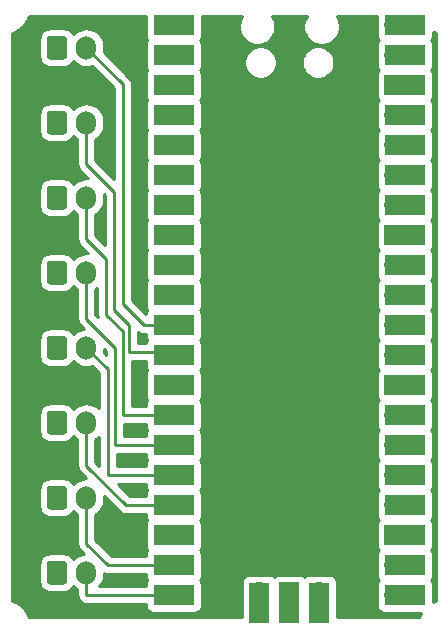
<source format=gbr>
%TF.GenerationSoftware,KiCad,Pcbnew,(5.1.12)-1*%
%TF.CreationDate,2022-01-22T18:57:43-08:00*%
%TF.ProjectId,Button_Board,42757474-6f6e-45f4-926f-6172642e6b69,rev?*%
%TF.SameCoordinates,Original*%
%TF.FileFunction,Copper,L1,Top*%
%TF.FilePolarity,Positive*%
%FSLAX46Y46*%
G04 Gerber Fmt 4.6, Leading zero omitted, Abs format (unit mm)*
G04 Created by KiCad (PCBNEW (5.1.12)-1) date 2022-01-22 18:57:43*
%MOMM*%
%LPD*%
G01*
G04 APERTURE LIST*
%TA.AperFunction,ComponentPad*%
%ADD10O,1.700000X1.700000*%
%TD*%
%TA.AperFunction,SMDPad,CuDef*%
%ADD11R,1.700000X3.500000*%
%TD*%
%TA.AperFunction,ComponentPad*%
%ADD12R,1.700000X1.700000*%
%TD*%
%TA.AperFunction,SMDPad,CuDef*%
%ADD13R,3.500000X1.700000*%
%TD*%
%TA.AperFunction,ComponentPad*%
%ADD14O,1.700000X2.000000*%
%TD*%
%TA.AperFunction,Conductor*%
%ADD15C,0.250000*%
%TD*%
%TA.AperFunction,NonConductor*%
%ADD16C,0.254000*%
%TD*%
%TA.AperFunction,NonConductor*%
%ADD17C,0.100000*%
%TD*%
G04 APERTURE END LIST*
D10*
%TO.P,U1,43*%
%TO.N,Net-(U1-Pad43)*%
X170180000Y-117753000D03*
D11*
X170180000Y-118653000D03*
D12*
%TO.P,U1,42*%
%TO.N,Net-(J0-Pad1)*%
X167640000Y-117753000D03*
D11*
X167640000Y-118653000D03*
D10*
%TO.P,U1,41*%
%TO.N,Net-(U1-Pad41)*%
X165100000Y-117753000D03*
D11*
X165100000Y-118653000D03*
D13*
%TO.P,U1,21*%
%TO.N,Net-(U1-Pad21)*%
X177430000Y-117983000D03*
%TO.P,U1,22*%
%TO.N,Net-(U1-Pad22)*%
X177430000Y-115443000D03*
%TO.P,U1,23*%
%TO.N,Net-(J0-Pad1)*%
X177430000Y-112903000D03*
%TO.P,U1,24*%
%TO.N,Net-(U1-Pad24)*%
X177430000Y-110363000D03*
%TO.P,U1,25*%
%TO.N,Net-(U1-Pad25)*%
X177430000Y-107823000D03*
%TO.P,U1,26*%
%TO.N,Net-(U1-Pad26)*%
X177430000Y-105283000D03*
%TO.P,U1,27*%
%TO.N,Net-(U1-Pad27)*%
X177430000Y-102743000D03*
%TO.P,U1,28*%
%TO.N,Net-(J0-Pad1)*%
X177430000Y-100203000D03*
%TO.P,U1,29*%
%TO.N,Net-(U1-Pad29)*%
X177430000Y-97663000D03*
%TO.P,U1,30*%
%TO.N,Net-(U1-Pad30)*%
X177430000Y-95123000D03*
%TO.P,U1,31*%
%TO.N,Net-(U1-Pad31)*%
X177430000Y-92583000D03*
%TO.P,U1,32*%
%TO.N,Net-(U1-Pad32)*%
X177430000Y-90043000D03*
%TO.P,U1,33*%
%TO.N,Net-(U1-Pad33)*%
X177430000Y-87503000D03*
%TO.P,U1,34*%
%TO.N,Net-(U1-Pad34)*%
X177430000Y-84963000D03*
%TO.P,U1,35*%
%TO.N,Net-(U1-Pad35)*%
X177430000Y-82423000D03*
%TO.P,U1,36*%
%TO.N,Net-(U1-Pad36)*%
X177430000Y-79883000D03*
%TO.P,U1,37*%
%TO.N,Net-(U1-Pad37)*%
X177430000Y-77343000D03*
%TO.P,U1,38*%
%TO.N,Net-(J0-Pad1)*%
X177430000Y-74803000D03*
%TO.P,U1,39*%
%TO.N,Net-(U1-Pad39)*%
X177430000Y-72263000D03*
%TO.P,U1,40*%
%TO.N,Net-(U1-Pad40)*%
X177430000Y-69723000D03*
%TO.P,U1,20*%
%TO.N,Net-(J7-Pad2)*%
X157850000Y-117983000D03*
%TO.P,U1,19*%
%TO.N,Net-(J6-Pad2)*%
X157850000Y-115443000D03*
%TO.P,U1,18*%
%TO.N,Net-(J0-Pad1)*%
X157850000Y-112903000D03*
%TO.P,U1,17*%
%TO.N,Net-(J5-Pad2)*%
X157850000Y-110363000D03*
%TO.P,U1,16*%
%TO.N,Net-(J4-Pad2)*%
X157850000Y-107823000D03*
%TO.P,U1,15*%
%TO.N,Net-(J3-Pad2)*%
X157850000Y-105283000D03*
%TO.P,U1,14*%
%TO.N,Net-(J2-Pad2)*%
X157850000Y-102743000D03*
%TO.P,U1,13*%
%TO.N,Net-(J0-Pad1)*%
X157850000Y-100203000D03*
%TO.P,U1,12*%
%TO.N,Net-(J1-Pad2)*%
X157850000Y-97663000D03*
%TO.P,U1,11*%
%TO.N,Net-(J0-Pad2)*%
X157850000Y-95123000D03*
%TO.P,U1,10*%
%TO.N,Net-(U1-Pad10)*%
X157850000Y-92583000D03*
%TO.P,U1,9*%
%TO.N,Net-(U1-Pad9)*%
X157850000Y-90043000D03*
%TO.P,U1,8*%
%TO.N,Net-(J0-Pad1)*%
X157850000Y-87503000D03*
%TO.P,U1,7*%
%TO.N,Net-(U1-Pad7)*%
X157850000Y-84963000D03*
%TO.P,U1,6*%
%TO.N,Net-(U1-Pad6)*%
X157850000Y-82423000D03*
%TO.P,U1,5*%
%TO.N,Net-(U1-Pad5)*%
X157850000Y-79883000D03*
%TO.P,U1,4*%
%TO.N,Net-(U1-Pad4)*%
X157850000Y-77343000D03*
%TO.P,U1,3*%
%TO.N,Net-(J0-Pad1)*%
X157850000Y-74803000D03*
%TO.P,U1,2*%
%TO.N,Net-(U1-Pad2)*%
X157850000Y-72263000D03*
%TO.P,U1,1*%
%TO.N,Net-(U1-Pad1)*%
X157850000Y-69723000D03*
D10*
%TO.P,U1,40*%
%TO.N,Net-(U1-Pad40)*%
X176530000Y-69723000D03*
%TO.P,U1,39*%
%TO.N,Net-(U1-Pad39)*%
X176530000Y-72263000D03*
D12*
%TO.P,U1,38*%
%TO.N,Net-(J0-Pad1)*%
X176530000Y-74803000D03*
D10*
%TO.P,U1,37*%
%TO.N,Net-(U1-Pad37)*%
X176530000Y-77343000D03*
%TO.P,U1,36*%
%TO.N,Net-(U1-Pad36)*%
X176530000Y-79883000D03*
%TO.P,U1,35*%
%TO.N,Net-(U1-Pad35)*%
X176530000Y-82423000D03*
%TO.P,U1,34*%
%TO.N,Net-(U1-Pad34)*%
X176530000Y-84963000D03*
D12*
%TO.P,U1,33*%
%TO.N,Net-(U1-Pad33)*%
X176530000Y-87503000D03*
D10*
%TO.P,U1,32*%
%TO.N,Net-(U1-Pad32)*%
X176530000Y-90043000D03*
%TO.P,U1,31*%
%TO.N,Net-(U1-Pad31)*%
X176530000Y-92583000D03*
%TO.P,U1,30*%
%TO.N,Net-(U1-Pad30)*%
X176530000Y-95123000D03*
%TO.P,U1,29*%
%TO.N,Net-(U1-Pad29)*%
X176530000Y-97663000D03*
D12*
%TO.P,U1,28*%
%TO.N,Net-(J0-Pad1)*%
X176530000Y-100203000D03*
D10*
%TO.P,U1,27*%
%TO.N,Net-(U1-Pad27)*%
X176530000Y-102743000D03*
%TO.P,U1,26*%
%TO.N,Net-(U1-Pad26)*%
X176530000Y-105283000D03*
%TO.P,U1,25*%
%TO.N,Net-(U1-Pad25)*%
X176530000Y-107823000D03*
%TO.P,U1,24*%
%TO.N,Net-(U1-Pad24)*%
X176530000Y-110363000D03*
D12*
%TO.P,U1,23*%
%TO.N,Net-(J0-Pad1)*%
X176530000Y-112903000D03*
D10*
%TO.P,U1,22*%
%TO.N,Net-(U1-Pad22)*%
X176530000Y-115443000D03*
%TO.P,U1,21*%
%TO.N,Net-(U1-Pad21)*%
X176530000Y-117983000D03*
%TO.P,U1,20*%
%TO.N,Net-(J7-Pad2)*%
X158750000Y-117983000D03*
%TO.P,U1,19*%
%TO.N,Net-(J6-Pad2)*%
X158750000Y-115443000D03*
D12*
%TO.P,U1,18*%
%TO.N,Net-(J0-Pad1)*%
X158750000Y-112903000D03*
D10*
%TO.P,U1,17*%
%TO.N,Net-(J5-Pad2)*%
X158750000Y-110363000D03*
%TO.P,U1,16*%
%TO.N,Net-(J4-Pad2)*%
X158750000Y-107823000D03*
%TO.P,U1,15*%
%TO.N,Net-(J3-Pad2)*%
X158750000Y-105283000D03*
%TO.P,U1,14*%
%TO.N,Net-(J2-Pad2)*%
X158750000Y-102743000D03*
D12*
%TO.P,U1,13*%
%TO.N,Net-(J0-Pad1)*%
X158750000Y-100203000D03*
D10*
%TO.P,U1,12*%
%TO.N,Net-(J1-Pad2)*%
X158750000Y-97663000D03*
%TO.P,U1,11*%
%TO.N,Net-(J0-Pad2)*%
X158750000Y-95123000D03*
%TO.P,U1,10*%
%TO.N,Net-(U1-Pad10)*%
X158750000Y-92583000D03*
%TO.P,U1,9*%
%TO.N,Net-(U1-Pad9)*%
X158750000Y-90043000D03*
D12*
%TO.P,U1,8*%
%TO.N,Net-(J0-Pad1)*%
X158750000Y-87503000D03*
D10*
%TO.P,U1,7*%
%TO.N,Net-(U1-Pad7)*%
X158750000Y-84963000D03*
%TO.P,U1,6*%
%TO.N,Net-(U1-Pad6)*%
X158750000Y-82423000D03*
%TO.P,U1,5*%
%TO.N,Net-(U1-Pad5)*%
X158750000Y-79883000D03*
%TO.P,U1,4*%
%TO.N,Net-(U1-Pad4)*%
X158750000Y-77343000D03*
D12*
%TO.P,U1,3*%
%TO.N,Net-(J0-Pad1)*%
X158750000Y-74803000D03*
D10*
%TO.P,U1,2*%
%TO.N,Net-(U1-Pad2)*%
X158750000Y-72263000D03*
%TO.P,U1,1*%
%TO.N,Net-(U1-Pad1)*%
X158750000Y-69723000D03*
%TD*%
D14*
%TO.P,J7,2*%
%TO.N,Net-(J7-Pad2)*%
X150455000Y-116078000D03*
%TO.P,J7,1*%
%TO.N,Net-(J0-Pad1)*%
%TA.AperFunction,ComponentPad*%
G36*
G01*
X147105000Y-116828000D02*
X147105000Y-115328000D01*
G75*
G02*
X147355000Y-115078000I250000J0D01*
G01*
X148555000Y-115078000D01*
G75*
G02*
X148805000Y-115328000I0J-250000D01*
G01*
X148805000Y-116828000D01*
G75*
G02*
X148555000Y-117078000I-250000J0D01*
G01*
X147355000Y-117078000D01*
G75*
G02*
X147105000Y-116828000I0J250000D01*
G01*
G37*
%TD.AperFunction*%
%TD*%
%TO.P,J6,2*%
%TO.N,Net-(J6-Pad2)*%
X150455000Y-109728000D03*
%TO.P,J6,1*%
%TO.N,Net-(J0-Pad1)*%
%TA.AperFunction,ComponentPad*%
G36*
G01*
X147105000Y-110478000D02*
X147105000Y-108978000D01*
G75*
G02*
X147355000Y-108728000I250000J0D01*
G01*
X148555000Y-108728000D01*
G75*
G02*
X148805000Y-108978000I0J-250000D01*
G01*
X148805000Y-110478000D01*
G75*
G02*
X148555000Y-110728000I-250000J0D01*
G01*
X147355000Y-110728000D01*
G75*
G02*
X147105000Y-110478000I0J250000D01*
G01*
G37*
%TD.AperFunction*%
%TD*%
%TO.P,J5,2*%
%TO.N,Net-(J5-Pad2)*%
X150455000Y-103378000D03*
%TO.P,J5,1*%
%TO.N,Net-(J0-Pad1)*%
%TA.AperFunction,ComponentPad*%
G36*
G01*
X147105000Y-104128000D02*
X147105000Y-102628000D01*
G75*
G02*
X147355000Y-102378000I250000J0D01*
G01*
X148555000Y-102378000D01*
G75*
G02*
X148805000Y-102628000I0J-250000D01*
G01*
X148805000Y-104128000D01*
G75*
G02*
X148555000Y-104378000I-250000J0D01*
G01*
X147355000Y-104378000D01*
G75*
G02*
X147105000Y-104128000I0J250000D01*
G01*
G37*
%TD.AperFunction*%
%TD*%
%TO.P,J4,2*%
%TO.N,Net-(J4-Pad2)*%
X150455000Y-97028000D03*
%TO.P,J4,1*%
%TO.N,Net-(J0-Pad1)*%
%TA.AperFunction,ComponentPad*%
G36*
G01*
X147105000Y-97778000D02*
X147105000Y-96278000D01*
G75*
G02*
X147355000Y-96028000I250000J0D01*
G01*
X148555000Y-96028000D01*
G75*
G02*
X148805000Y-96278000I0J-250000D01*
G01*
X148805000Y-97778000D01*
G75*
G02*
X148555000Y-98028000I-250000J0D01*
G01*
X147355000Y-98028000D01*
G75*
G02*
X147105000Y-97778000I0J250000D01*
G01*
G37*
%TD.AperFunction*%
%TD*%
%TO.P,J3,2*%
%TO.N,Net-(J3-Pad2)*%
X150455000Y-90678000D03*
%TO.P,J3,1*%
%TO.N,Net-(J0-Pad1)*%
%TA.AperFunction,ComponentPad*%
G36*
G01*
X147105000Y-91428000D02*
X147105000Y-89928000D01*
G75*
G02*
X147355000Y-89678000I250000J0D01*
G01*
X148555000Y-89678000D01*
G75*
G02*
X148805000Y-89928000I0J-250000D01*
G01*
X148805000Y-91428000D01*
G75*
G02*
X148555000Y-91678000I-250000J0D01*
G01*
X147355000Y-91678000D01*
G75*
G02*
X147105000Y-91428000I0J250000D01*
G01*
G37*
%TD.AperFunction*%
%TD*%
%TO.P,J2,2*%
%TO.N,Net-(J2-Pad2)*%
X150455000Y-84328000D03*
%TO.P,J2,1*%
%TO.N,Net-(J0-Pad1)*%
%TA.AperFunction,ComponentPad*%
G36*
G01*
X147105000Y-85078000D02*
X147105000Y-83578000D01*
G75*
G02*
X147355000Y-83328000I250000J0D01*
G01*
X148555000Y-83328000D01*
G75*
G02*
X148805000Y-83578000I0J-250000D01*
G01*
X148805000Y-85078000D01*
G75*
G02*
X148555000Y-85328000I-250000J0D01*
G01*
X147355000Y-85328000D01*
G75*
G02*
X147105000Y-85078000I0J250000D01*
G01*
G37*
%TD.AperFunction*%
%TD*%
%TO.P,J1,2*%
%TO.N,Net-(J1-Pad2)*%
X150455000Y-77978000D03*
%TO.P,J1,1*%
%TO.N,Net-(J0-Pad1)*%
%TA.AperFunction,ComponentPad*%
G36*
G01*
X147105000Y-78728000D02*
X147105000Y-77228000D01*
G75*
G02*
X147355000Y-76978000I250000J0D01*
G01*
X148555000Y-76978000D01*
G75*
G02*
X148805000Y-77228000I0J-250000D01*
G01*
X148805000Y-78728000D01*
G75*
G02*
X148555000Y-78978000I-250000J0D01*
G01*
X147355000Y-78978000D01*
G75*
G02*
X147105000Y-78728000I0J250000D01*
G01*
G37*
%TD.AperFunction*%
%TD*%
%TO.P,J0,2*%
%TO.N,Net-(J0-Pad2)*%
X150455000Y-71628000D03*
%TO.P,J0,1*%
%TO.N,Net-(J0-Pad1)*%
%TA.AperFunction,ComponentPad*%
G36*
G01*
X147105000Y-72378000D02*
X147105000Y-70878000D01*
G75*
G02*
X147355000Y-70628000I250000J0D01*
G01*
X148555000Y-70628000D01*
G75*
G02*
X148805000Y-70878000I0J-250000D01*
G01*
X148805000Y-72378000D01*
G75*
G02*
X148555000Y-72628000I-250000J0D01*
G01*
X147355000Y-72628000D01*
G75*
G02*
X147105000Y-72378000I0J250000D01*
G01*
G37*
%TD.AperFunction*%
%TD*%
D15*
%TO.N,Net-(J0-Pad2)*%
X155321000Y-95123000D02*
X158750000Y-95123000D01*
X153543000Y-93345000D02*
X155321000Y-95123000D01*
X153543000Y-74716000D02*
X153543000Y-93345000D01*
X150455000Y-71628000D02*
X153543000Y-74716000D01*
%TO.N,Net-(J1-Pad2)*%
X150455000Y-77978000D02*
X150455000Y-81494000D01*
X150455000Y-81494000D02*
X152781000Y-83820000D01*
X158493180Y-97406180D02*
X158750000Y-97663000D01*
X152781000Y-83820000D02*
X152781000Y-93853000D01*
X152781000Y-93853000D02*
X154051000Y-95123000D01*
X154051000Y-95123000D02*
X154051000Y-97409000D01*
X158496000Y-97409000D02*
X158750000Y-97663000D01*
X154051000Y-97409000D02*
X158496000Y-97409000D01*
%TO.N,Net-(J2-Pad2)*%
X150455000Y-87844000D02*
X152146000Y-89535000D01*
X150455000Y-84328000D02*
X150455000Y-87844000D01*
X153543000Y-95632410D02*
X153543000Y-102743000D01*
X152146000Y-94235410D02*
X153543000Y-95632410D01*
X152146000Y-89535000D02*
X152146000Y-94235410D01*
X153543000Y-102743000D02*
X158750000Y-102743000D01*
%TO.N,Net-(J3-Pad2)*%
X150455000Y-90678000D02*
X150455000Y-94575000D01*
X150455000Y-94575000D02*
X152908000Y-97028000D01*
X152908000Y-97028000D02*
X152908000Y-105283000D01*
X152908000Y-105283000D02*
X158750000Y-105283000D01*
%TO.N,Net-(J4-Pad2)*%
X150455000Y-97028000D02*
X152273000Y-98846000D01*
X152273000Y-98846000D02*
X152273000Y-107823000D01*
X152273000Y-107823000D02*
X158750000Y-107823000D01*
%TO.N,Net-(J5-Pad2)*%
X150455000Y-103378000D02*
X150455000Y-107021000D01*
X153797000Y-110363000D02*
X158750000Y-110363000D01*
X150455000Y-107021000D02*
X153797000Y-110363000D01*
%TO.N,Net-(J6-Pad2)*%
X150455000Y-109728000D02*
X150455000Y-113625000D01*
X152273000Y-115443000D02*
X158750000Y-115443000D01*
X150455000Y-113625000D02*
X152273000Y-115443000D01*
%TO.N,Net-(J7-Pad2)*%
X150455000Y-116078000D02*
X150455000Y-117943000D01*
X150495000Y-117983000D02*
X158750000Y-117983000D01*
X150455000Y-117943000D02*
X150495000Y-117983000D01*
%TD*%
D16*
X155461928Y-70573000D02*
X155474188Y-70697482D01*
X155510498Y-70817180D01*
X155569463Y-70927494D01*
X155623222Y-70993000D01*
X155569463Y-71058506D01*
X155510498Y-71168820D01*
X155474188Y-71288518D01*
X155461928Y-71413000D01*
X155461928Y-73113000D01*
X155474188Y-73237482D01*
X155510498Y-73357180D01*
X155569463Y-73467494D01*
X155623222Y-73533000D01*
X155569463Y-73598506D01*
X155510498Y-73708820D01*
X155474188Y-73828518D01*
X155461928Y-73953000D01*
X155461928Y-75653000D01*
X155474188Y-75777482D01*
X155510498Y-75897180D01*
X155569463Y-76007494D01*
X155623222Y-76073000D01*
X155569463Y-76138506D01*
X155510498Y-76248820D01*
X155474188Y-76368518D01*
X155461928Y-76493000D01*
X155461928Y-78193000D01*
X155474188Y-78317482D01*
X155510498Y-78437180D01*
X155569463Y-78547494D01*
X155623222Y-78613000D01*
X155569463Y-78678506D01*
X155510498Y-78788820D01*
X155474188Y-78908518D01*
X155461928Y-79033000D01*
X155461928Y-80733000D01*
X155474188Y-80857482D01*
X155510498Y-80977180D01*
X155569463Y-81087494D01*
X155623222Y-81153000D01*
X155569463Y-81218506D01*
X155510498Y-81328820D01*
X155474188Y-81448518D01*
X155461928Y-81573000D01*
X155461928Y-83273000D01*
X155474188Y-83397482D01*
X155510498Y-83517180D01*
X155569463Y-83627494D01*
X155623222Y-83693000D01*
X155569463Y-83758506D01*
X155510498Y-83868820D01*
X155474188Y-83988518D01*
X155461928Y-84113000D01*
X155461928Y-85813000D01*
X155474188Y-85937482D01*
X155510498Y-86057180D01*
X155569463Y-86167494D01*
X155623222Y-86233000D01*
X155569463Y-86298506D01*
X155510498Y-86408820D01*
X155474188Y-86528518D01*
X155461928Y-86653000D01*
X155461928Y-88353000D01*
X155474188Y-88477482D01*
X155510498Y-88597180D01*
X155569463Y-88707494D01*
X155623222Y-88773000D01*
X155569463Y-88838506D01*
X155510498Y-88948820D01*
X155474188Y-89068518D01*
X155461928Y-89193000D01*
X155461928Y-90893000D01*
X155474188Y-91017482D01*
X155510498Y-91137180D01*
X155569463Y-91247494D01*
X155623222Y-91313000D01*
X155569463Y-91378506D01*
X155510498Y-91488820D01*
X155474188Y-91608518D01*
X155461928Y-91733000D01*
X155461928Y-93433000D01*
X155474188Y-93557482D01*
X155510498Y-93677180D01*
X155569463Y-93787494D01*
X155623222Y-93853000D01*
X155569463Y-93918506D01*
X155510498Y-94028820D01*
X155474188Y-94148518D01*
X155469448Y-94196646D01*
X154303000Y-93030199D01*
X154303000Y-74753322D01*
X154306676Y-74715999D01*
X154303000Y-74678676D01*
X154303000Y-74678667D01*
X154292003Y-74567014D01*
X154248546Y-74423753D01*
X154177974Y-74291724D01*
X154114824Y-74214775D01*
X154106799Y-74204996D01*
X154106795Y-74204992D01*
X154083001Y-74175999D01*
X154054009Y-74152206D01*
X151923211Y-72021409D01*
X151940000Y-71850949D01*
X151940000Y-71405050D01*
X151918513Y-71186889D01*
X151833599Y-70906966D01*
X151695706Y-70648986D01*
X151510134Y-70422866D01*
X151284013Y-70237294D01*
X151026033Y-70099401D01*
X150746110Y-70014487D01*
X150455000Y-69985815D01*
X150163889Y-70014487D01*
X149883966Y-70099401D01*
X149625986Y-70237294D01*
X149399866Y-70422866D01*
X149347777Y-70486337D01*
X149293405Y-70384614D01*
X149182962Y-70250038D01*
X149048386Y-70139595D01*
X148894850Y-70057528D01*
X148728254Y-70006992D01*
X148555000Y-69989928D01*
X147355000Y-69989928D01*
X147181746Y-70006992D01*
X147015150Y-70057528D01*
X146861614Y-70139595D01*
X146727038Y-70250038D01*
X146616595Y-70384614D01*
X146534528Y-70538150D01*
X146483992Y-70704746D01*
X146466928Y-70878000D01*
X146466928Y-72378000D01*
X146483992Y-72551254D01*
X146534528Y-72717850D01*
X146616595Y-72871386D01*
X146727038Y-73005962D01*
X146861614Y-73116405D01*
X147015150Y-73198472D01*
X147181746Y-73249008D01*
X147355000Y-73266072D01*
X148555000Y-73266072D01*
X148728254Y-73249008D01*
X148894850Y-73198472D01*
X149048386Y-73116405D01*
X149182962Y-73005962D01*
X149293405Y-72871386D01*
X149347777Y-72769663D01*
X149399866Y-72833134D01*
X149625987Y-73018706D01*
X149883967Y-73156599D01*
X150163890Y-73241513D01*
X150455000Y-73270185D01*
X150746111Y-73241513D01*
X150936084Y-73183885D01*
X152783000Y-75030803D01*
X152783000Y-82747199D01*
X151215000Y-81179199D01*
X151215000Y-79405595D01*
X151284014Y-79368706D01*
X151510134Y-79183134D01*
X151695706Y-78957014D01*
X151833599Y-78699033D01*
X151918513Y-78419110D01*
X151940000Y-78200949D01*
X151940000Y-77755050D01*
X151918513Y-77536889D01*
X151833599Y-77256966D01*
X151695706Y-76998986D01*
X151510134Y-76772866D01*
X151284013Y-76587294D01*
X151026033Y-76449401D01*
X150746110Y-76364487D01*
X150455000Y-76335815D01*
X150163889Y-76364487D01*
X149883966Y-76449401D01*
X149625986Y-76587294D01*
X149399866Y-76772866D01*
X149347777Y-76836337D01*
X149293405Y-76734614D01*
X149182962Y-76600038D01*
X149048386Y-76489595D01*
X148894850Y-76407528D01*
X148728254Y-76356992D01*
X148555000Y-76339928D01*
X147355000Y-76339928D01*
X147181746Y-76356992D01*
X147015150Y-76407528D01*
X146861614Y-76489595D01*
X146727038Y-76600038D01*
X146616595Y-76734614D01*
X146534528Y-76888150D01*
X146483992Y-77054746D01*
X146466928Y-77228000D01*
X146466928Y-78728000D01*
X146483992Y-78901254D01*
X146534528Y-79067850D01*
X146616595Y-79221386D01*
X146727038Y-79355962D01*
X146861614Y-79466405D01*
X147015150Y-79548472D01*
X147181746Y-79599008D01*
X147355000Y-79616072D01*
X148555000Y-79616072D01*
X148728254Y-79599008D01*
X148894850Y-79548472D01*
X149048386Y-79466405D01*
X149182962Y-79355962D01*
X149293405Y-79221386D01*
X149347777Y-79119663D01*
X149399866Y-79183134D01*
X149625987Y-79368706D01*
X149695000Y-79405594D01*
X149695001Y-81456668D01*
X149691324Y-81494000D01*
X149705998Y-81642985D01*
X149749454Y-81786246D01*
X149820026Y-81918276D01*
X149891201Y-82005002D01*
X149915000Y-82034001D01*
X149943998Y-82057799D01*
X150584798Y-82698599D01*
X150455000Y-82685815D01*
X150163889Y-82714487D01*
X149883966Y-82799401D01*
X149625986Y-82937294D01*
X149399866Y-83122866D01*
X149347777Y-83186337D01*
X149293405Y-83084614D01*
X149182962Y-82950038D01*
X149048386Y-82839595D01*
X148894850Y-82757528D01*
X148728254Y-82706992D01*
X148555000Y-82689928D01*
X147355000Y-82689928D01*
X147181746Y-82706992D01*
X147015150Y-82757528D01*
X146861614Y-82839595D01*
X146727038Y-82950038D01*
X146616595Y-83084614D01*
X146534528Y-83238150D01*
X146483992Y-83404746D01*
X146466928Y-83578000D01*
X146466928Y-85078000D01*
X146483992Y-85251254D01*
X146534528Y-85417850D01*
X146616595Y-85571386D01*
X146727038Y-85705962D01*
X146861614Y-85816405D01*
X147015150Y-85898472D01*
X147181746Y-85949008D01*
X147355000Y-85966072D01*
X148555000Y-85966072D01*
X148728254Y-85949008D01*
X148894850Y-85898472D01*
X149048386Y-85816405D01*
X149182962Y-85705962D01*
X149293405Y-85571386D01*
X149347777Y-85469663D01*
X149399866Y-85533134D01*
X149625987Y-85718706D01*
X149695000Y-85755594D01*
X149695001Y-87806668D01*
X149691324Y-87844000D01*
X149705998Y-87992985D01*
X149749454Y-88136246D01*
X149820026Y-88268276D01*
X149889558Y-88353000D01*
X149915000Y-88384001D01*
X149943998Y-88407799D01*
X150584798Y-89048599D01*
X150455000Y-89035815D01*
X150163889Y-89064487D01*
X149883966Y-89149401D01*
X149625986Y-89287294D01*
X149399866Y-89472866D01*
X149347777Y-89536337D01*
X149293405Y-89434614D01*
X149182962Y-89300038D01*
X149048386Y-89189595D01*
X148894850Y-89107528D01*
X148728254Y-89056992D01*
X148555000Y-89039928D01*
X147355000Y-89039928D01*
X147181746Y-89056992D01*
X147015150Y-89107528D01*
X146861614Y-89189595D01*
X146727038Y-89300038D01*
X146616595Y-89434614D01*
X146534528Y-89588150D01*
X146483992Y-89754746D01*
X146466928Y-89928000D01*
X146466928Y-91428000D01*
X146483992Y-91601254D01*
X146534528Y-91767850D01*
X146616595Y-91921386D01*
X146727038Y-92055962D01*
X146861614Y-92166405D01*
X147015150Y-92248472D01*
X147181746Y-92299008D01*
X147355000Y-92316072D01*
X148555000Y-92316072D01*
X148728254Y-92299008D01*
X148894850Y-92248472D01*
X149048386Y-92166405D01*
X149182962Y-92055962D01*
X149293405Y-91921386D01*
X149347777Y-91819663D01*
X149399866Y-91883134D01*
X149625987Y-92068706D01*
X149695000Y-92105594D01*
X149695001Y-94537668D01*
X149691324Y-94575000D01*
X149705998Y-94723985D01*
X149749454Y-94867246D01*
X149820026Y-94999276D01*
X149890926Y-95085667D01*
X149915000Y-95115001D01*
X149943998Y-95138799D01*
X150214683Y-95409484D01*
X150163889Y-95414487D01*
X149883966Y-95499401D01*
X149625986Y-95637294D01*
X149399866Y-95822866D01*
X149347777Y-95886337D01*
X149293405Y-95784614D01*
X149182962Y-95650038D01*
X149048386Y-95539595D01*
X148894850Y-95457528D01*
X148728254Y-95406992D01*
X148555000Y-95389928D01*
X147355000Y-95389928D01*
X147181746Y-95406992D01*
X147015150Y-95457528D01*
X146861614Y-95539595D01*
X146727038Y-95650038D01*
X146616595Y-95784614D01*
X146534528Y-95938150D01*
X146483992Y-96104746D01*
X146466928Y-96278000D01*
X146466928Y-97778000D01*
X146483992Y-97951254D01*
X146534528Y-98117850D01*
X146616595Y-98271386D01*
X146727038Y-98405962D01*
X146861614Y-98516405D01*
X147015150Y-98598472D01*
X147181746Y-98649008D01*
X147355000Y-98666072D01*
X148555000Y-98666072D01*
X148728254Y-98649008D01*
X148894850Y-98598472D01*
X149048386Y-98516405D01*
X149182962Y-98405962D01*
X149293405Y-98271386D01*
X149347777Y-98169663D01*
X149399866Y-98233134D01*
X149625987Y-98418706D01*
X149883967Y-98556599D01*
X150163890Y-98641513D01*
X150455000Y-98670185D01*
X150746111Y-98641513D01*
X150936084Y-98583885D01*
X151513000Y-99160802D01*
X151513000Y-102176359D01*
X151510134Y-102172866D01*
X151284013Y-101987294D01*
X151026033Y-101849401D01*
X150746110Y-101764487D01*
X150455000Y-101735815D01*
X150163889Y-101764487D01*
X149883966Y-101849401D01*
X149625986Y-101987294D01*
X149399866Y-102172866D01*
X149347777Y-102236337D01*
X149293405Y-102134614D01*
X149182962Y-102000038D01*
X149048386Y-101889595D01*
X148894850Y-101807528D01*
X148728254Y-101756992D01*
X148555000Y-101739928D01*
X147355000Y-101739928D01*
X147181746Y-101756992D01*
X147015150Y-101807528D01*
X146861614Y-101889595D01*
X146727038Y-102000038D01*
X146616595Y-102134614D01*
X146534528Y-102288150D01*
X146483992Y-102454746D01*
X146466928Y-102628000D01*
X146466928Y-104128000D01*
X146483992Y-104301254D01*
X146534528Y-104467850D01*
X146616595Y-104621386D01*
X146727038Y-104755962D01*
X146861614Y-104866405D01*
X147015150Y-104948472D01*
X147181746Y-104999008D01*
X147355000Y-105016072D01*
X148555000Y-105016072D01*
X148728254Y-104999008D01*
X148894850Y-104948472D01*
X149048386Y-104866405D01*
X149182962Y-104755962D01*
X149293405Y-104621386D01*
X149347777Y-104519663D01*
X149399866Y-104583134D01*
X149625987Y-104768706D01*
X149695000Y-104805594D01*
X149695001Y-106983668D01*
X149691324Y-107021000D01*
X149705998Y-107169985D01*
X149749454Y-107313246D01*
X149820026Y-107445276D01*
X149890176Y-107530753D01*
X149915000Y-107561001D01*
X149943998Y-107584799D01*
X150445909Y-108086710D01*
X150163889Y-108114487D01*
X149883966Y-108199401D01*
X149625986Y-108337294D01*
X149399866Y-108522866D01*
X149347777Y-108586337D01*
X149293405Y-108484614D01*
X149182962Y-108350038D01*
X149048386Y-108239595D01*
X148894850Y-108157528D01*
X148728254Y-108106992D01*
X148555000Y-108089928D01*
X147355000Y-108089928D01*
X147181746Y-108106992D01*
X147015150Y-108157528D01*
X146861614Y-108239595D01*
X146727038Y-108350038D01*
X146616595Y-108484614D01*
X146534528Y-108638150D01*
X146483992Y-108804746D01*
X146466928Y-108978000D01*
X146466928Y-110478000D01*
X146483992Y-110651254D01*
X146534528Y-110817850D01*
X146616595Y-110971386D01*
X146727038Y-111105962D01*
X146861614Y-111216405D01*
X147015150Y-111298472D01*
X147181746Y-111349008D01*
X147355000Y-111366072D01*
X148555000Y-111366072D01*
X148728254Y-111349008D01*
X148894850Y-111298472D01*
X149048386Y-111216405D01*
X149182962Y-111105962D01*
X149293405Y-110971386D01*
X149347777Y-110869663D01*
X149399866Y-110933134D01*
X149625987Y-111118706D01*
X149695000Y-111155594D01*
X149695001Y-113587668D01*
X149691324Y-113625000D01*
X149705998Y-113773985D01*
X149749454Y-113917246D01*
X149820026Y-114049276D01*
X149891201Y-114136002D01*
X149915000Y-114165001D01*
X149943998Y-114188799D01*
X150214683Y-114459484D01*
X150163889Y-114464487D01*
X149883966Y-114549401D01*
X149625986Y-114687294D01*
X149399866Y-114872866D01*
X149347777Y-114936337D01*
X149293405Y-114834614D01*
X149182962Y-114700038D01*
X149048386Y-114589595D01*
X148894850Y-114507528D01*
X148728254Y-114456992D01*
X148555000Y-114439928D01*
X147355000Y-114439928D01*
X147181746Y-114456992D01*
X147015150Y-114507528D01*
X146861614Y-114589595D01*
X146727038Y-114700038D01*
X146616595Y-114834614D01*
X146534528Y-114988150D01*
X146483992Y-115154746D01*
X146466928Y-115328000D01*
X146466928Y-116828000D01*
X146483992Y-117001254D01*
X146534528Y-117167850D01*
X146616595Y-117321386D01*
X146727038Y-117455962D01*
X146861614Y-117566405D01*
X147015150Y-117648472D01*
X147181746Y-117699008D01*
X147355000Y-117716072D01*
X148555000Y-117716072D01*
X148728254Y-117699008D01*
X148894850Y-117648472D01*
X149048386Y-117566405D01*
X149182962Y-117455962D01*
X149293405Y-117321386D01*
X149347777Y-117219663D01*
X149399866Y-117283134D01*
X149625987Y-117468706D01*
X149695001Y-117505595D01*
X149695001Y-117905668D01*
X149691324Y-117943000D01*
X149705998Y-118091985D01*
X149749454Y-118235246D01*
X149820026Y-118367276D01*
X149887554Y-118449558D01*
X149915000Y-118483001D01*
X149936967Y-118501029D01*
X149954999Y-118523001D01*
X150070724Y-118617974D01*
X150202753Y-118688546D01*
X150346014Y-118732003D01*
X150457667Y-118743000D01*
X150495000Y-118746677D01*
X150532333Y-118743000D01*
X155461928Y-118743000D01*
X155461928Y-118833000D01*
X155474188Y-118957482D01*
X155510498Y-119077180D01*
X155569463Y-119187494D01*
X155648815Y-119284185D01*
X155745506Y-119363537D01*
X155855820Y-119422502D01*
X155975518Y-119458812D01*
X156100000Y-119471072D01*
X159600000Y-119471072D01*
X159724482Y-119458812D01*
X159844180Y-119422502D01*
X159954494Y-119363537D01*
X160051185Y-119284185D01*
X160130537Y-119187494D01*
X160189502Y-119077180D01*
X160225812Y-118957482D01*
X160238072Y-118833000D01*
X160238072Y-117133000D01*
X160225812Y-117008518D01*
X160189502Y-116888820D01*
X160130537Y-116778506D01*
X160076778Y-116713000D01*
X160130537Y-116647494D01*
X160189502Y-116537180D01*
X160225812Y-116417482D01*
X160238072Y-116293000D01*
X160238072Y-114593000D01*
X160225812Y-114468518D01*
X160189502Y-114348820D01*
X160130537Y-114238506D01*
X160076778Y-114173000D01*
X160130537Y-114107494D01*
X160189502Y-113997180D01*
X160225812Y-113877482D01*
X160238072Y-113753000D01*
X160238072Y-112053000D01*
X160225812Y-111928518D01*
X160189502Y-111808820D01*
X160130537Y-111698506D01*
X160076778Y-111633000D01*
X160130537Y-111567494D01*
X160189502Y-111457180D01*
X160225812Y-111337482D01*
X160238072Y-111213000D01*
X160238072Y-109513000D01*
X160225812Y-109388518D01*
X160189502Y-109268820D01*
X160130537Y-109158506D01*
X160076778Y-109093000D01*
X160130537Y-109027494D01*
X160189502Y-108917180D01*
X160225812Y-108797482D01*
X160238072Y-108673000D01*
X160238072Y-106973000D01*
X160225812Y-106848518D01*
X160189502Y-106728820D01*
X160130537Y-106618506D01*
X160076778Y-106553000D01*
X160130537Y-106487494D01*
X160189502Y-106377180D01*
X160225812Y-106257482D01*
X160238072Y-106133000D01*
X160238072Y-104433000D01*
X160225812Y-104308518D01*
X160189502Y-104188820D01*
X160130537Y-104078506D01*
X160076778Y-104013000D01*
X160130537Y-103947494D01*
X160189502Y-103837180D01*
X160225812Y-103717482D01*
X160238072Y-103593000D01*
X160238072Y-101893000D01*
X160225812Y-101768518D01*
X160189502Y-101648820D01*
X160130537Y-101538506D01*
X160076778Y-101473000D01*
X160130537Y-101407494D01*
X160189502Y-101297180D01*
X160225812Y-101177482D01*
X160238072Y-101053000D01*
X160238072Y-99353000D01*
X160225812Y-99228518D01*
X160189502Y-99108820D01*
X160130537Y-98998506D01*
X160076778Y-98933000D01*
X160130537Y-98867494D01*
X160189502Y-98757180D01*
X160225812Y-98637482D01*
X160238072Y-98513000D01*
X160238072Y-96813000D01*
X160225812Y-96688518D01*
X160189502Y-96568820D01*
X160130537Y-96458506D01*
X160076778Y-96393000D01*
X160130537Y-96327494D01*
X160189502Y-96217180D01*
X160225812Y-96097482D01*
X160238072Y-95973000D01*
X160238072Y-94273000D01*
X160225812Y-94148518D01*
X160189502Y-94028820D01*
X160130537Y-93918506D01*
X160076778Y-93853000D01*
X160130537Y-93787494D01*
X160189502Y-93677180D01*
X160225812Y-93557482D01*
X160238072Y-93433000D01*
X160238072Y-91733000D01*
X160225812Y-91608518D01*
X160189502Y-91488820D01*
X160130537Y-91378506D01*
X160076778Y-91313000D01*
X160130537Y-91247494D01*
X160189502Y-91137180D01*
X160225812Y-91017482D01*
X160238072Y-90893000D01*
X160238072Y-89193000D01*
X160225812Y-89068518D01*
X160189502Y-88948820D01*
X160130537Y-88838506D01*
X160076778Y-88773000D01*
X160130537Y-88707494D01*
X160189502Y-88597180D01*
X160225812Y-88477482D01*
X160238072Y-88353000D01*
X160238072Y-86653000D01*
X160225812Y-86528518D01*
X160189502Y-86408820D01*
X160130537Y-86298506D01*
X160076778Y-86233000D01*
X160130537Y-86167494D01*
X160189502Y-86057180D01*
X160225812Y-85937482D01*
X160238072Y-85813000D01*
X160238072Y-84113000D01*
X160225812Y-83988518D01*
X160189502Y-83868820D01*
X160130537Y-83758506D01*
X160076778Y-83693000D01*
X160130537Y-83627494D01*
X160189502Y-83517180D01*
X160225812Y-83397482D01*
X160238072Y-83273000D01*
X160238072Y-81573000D01*
X160225812Y-81448518D01*
X160189502Y-81328820D01*
X160130537Y-81218506D01*
X160076778Y-81153000D01*
X160130537Y-81087494D01*
X160189502Y-80977180D01*
X160225812Y-80857482D01*
X160238072Y-80733000D01*
X160238072Y-79033000D01*
X160225812Y-78908518D01*
X160189502Y-78788820D01*
X160130537Y-78678506D01*
X160076778Y-78613000D01*
X160130537Y-78547494D01*
X160189502Y-78437180D01*
X160225812Y-78317482D01*
X160238072Y-78193000D01*
X160238072Y-76493000D01*
X160225812Y-76368518D01*
X160189502Y-76248820D01*
X160130537Y-76138506D01*
X160076778Y-76073000D01*
X160130537Y-76007494D01*
X160189502Y-75897180D01*
X160225812Y-75777482D01*
X160238072Y-75653000D01*
X160238072Y-73953000D01*
X160225812Y-73828518D01*
X160189502Y-73708820D01*
X160130537Y-73598506D01*
X160076778Y-73533000D01*
X160130537Y-73467494D01*
X160189502Y-73357180D01*
X160225812Y-73237482D01*
X160238072Y-73113000D01*
X160238072Y-72746589D01*
X163830000Y-72746589D01*
X163830000Y-73019411D01*
X163883225Y-73286989D01*
X163987629Y-73539043D01*
X164139201Y-73765886D01*
X164332114Y-73958799D01*
X164558957Y-74110371D01*
X164811011Y-74214775D01*
X165078589Y-74268000D01*
X165351411Y-74268000D01*
X165618989Y-74214775D01*
X165871043Y-74110371D01*
X166097886Y-73958799D01*
X166290799Y-73765886D01*
X166442371Y-73539043D01*
X166546775Y-73286989D01*
X166600000Y-73019411D01*
X166600000Y-72746589D01*
X168680000Y-72746589D01*
X168680000Y-73019411D01*
X168733225Y-73286989D01*
X168837629Y-73539043D01*
X168989201Y-73765886D01*
X169182114Y-73958799D01*
X169408957Y-74110371D01*
X169661011Y-74214775D01*
X169928589Y-74268000D01*
X170201411Y-74268000D01*
X170468989Y-74214775D01*
X170721043Y-74110371D01*
X170947886Y-73958799D01*
X171140799Y-73765886D01*
X171292371Y-73539043D01*
X171396775Y-73286989D01*
X171450000Y-73019411D01*
X171450000Y-72746589D01*
X171396775Y-72479011D01*
X171292371Y-72226957D01*
X171140799Y-72000114D01*
X170947886Y-71807201D01*
X170721043Y-71655629D01*
X170468989Y-71551225D01*
X170201411Y-71498000D01*
X169928589Y-71498000D01*
X169661011Y-71551225D01*
X169408957Y-71655629D01*
X169182114Y-71807201D01*
X168989201Y-72000114D01*
X168837629Y-72226957D01*
X168733225Y-72479011D01*
X168680000Y-72746589D01*
X166600000Y-72746589D01*
X166546775Y-72479011D01*
X166442371Y-72226957D01*
X166290799Y-72000114D01*
X166097886Y-71807201D01*
X165871043Y-71655629D01*
X165618989Y-71551225D01*
X165351411Y-71498000D01*
X165078589Y-71498000D01*
X164811011Y-71551225D01*
X164558957Y-71655629D01*
X164332114Y-71807201D01*
X164139201Y-72000114D01*
X163987629Y-72226957D01*
X163883225Y-72479011D01*
X163830000Y-72746589D01*
X160238072Y-72746589D01*
X160238072Y-71413000D01*
X160225812Y-71288518D01*
X160189502Y-71168820D01*
X160130537Y-71058506D01*
X160076778Y-70993000D01*
X160130537Y-70927494D01*
X160189502Y-70817180D01*
X160225812Y-70697482D01*
X160238072Y-70573000D01*
X160238072Y-68986000D01*
X163648183Y-68986000D01*
X163554701Y-69125905D01*
X163438989Y-69405257D01*
X163380000Y-69701816D01*
X163380000Y-70004184D01*
X163438989Y-70300743D01*
X163554701Y-70580095D01*
X163722688Y-70831505D01*
X163936495Y-71045312D01*
X164187905Y-71213299D01*
X164467257Y-71329011D01*
X164763816Y-71388000D01*
X165066184Y-71388000D01*
X165362743Y-71329011D01*
X165642095Y-71213299D01*
X165893505Y-71045312D01*
X166107312Y-70831505D01*
X166275299Y-70580095D01*
X166391011Y-70300743D01*
X166450000Y-70004184D01*
X166450000Y-69701816D01*
X166391011Y-69405257D01*
X166275299Y-69125905D01*
X166181817Y-68986000D01*
X169098183Y-68986000D01*
X169004701Y-69125905D01*
X168888989Y-69405257D01*
X168830000Y-69701816D01*
X168830000Y-70004184D01*
X168888989Y-70300743D01*
X169004701Y-70580095D01*
X169172688Y-70831505D01*
X169386495Y-71045312D01*
X169637905Y-71213299D01*
X169917257Y-71329011D01*
X170213816Y-71388000D01*
X170516184Y-71388000D01*
X170812743Y-71329011D01*
X171092095Y-71213299D01*
X171343505Y-71045312D01*
X171557312Y-70831505D01*
X171725299Y-70580095D01*
X171841011Y-70300743D01*
X171900000Y-70004184D01*
X171900000Y-69701816D01*
X171841011Y-69405257D01*
X171725299Y-69125905D01*
X171631817Y-68986000D01*
X175041928Y-68986000D01*
X175041928Y-70573000D01*
X175054188Y-70697482D01*
X175090498Y-70817180D01*
X175149463Y-70927494D01*
X175203222Y-70993000D01*
X175149463Y-71058506D01*
X175090498Y-71168820D01*
X175054188Y-71288518D01*
X175041928Y-71413000D01*
X175041928Y-73113000D01*
X175054188Y-73237482D01*
X175090498Y-73357180D01*
X175149463Y-73467494D01*
X175203222Y-73533000D01*
X175149463Y-73598506D01*
X175090498Y-73708820D01*
X175054188Y-73828518D01*
X175041928Y-73953000D01*
X175041928Y-75653000D01*
X175054188Y-75777482D01*
X175090498Y-75897180D01*
X175149463Y-76007494D01*
X175203222Y-76073000D01*
X175149463Y-76138506D01*
X175090498Y-76248820D01*
X175054188Y-76368518D01*
X175041928Y-76493000D01*
X175041928Y-78193000D01*
X175054188Y-78317482D01*
X175090498Y-78437180D01*
X175149463Y-78547494D01*
X175203222Y-78613000D01*
X175149463Y-78678506D01*
X175090498Y-78788820D01*
X175054188Y-78908518D01*
X175041928Y-79033000D01*
X175041928Y-80733000D01*
X175054188Y-80857482D01*
X175090498Y-80977180D01*
X175149463Y-81087494D01*
X175203222Y-81153000D01*
X175149463Y-81218506D01*
X175090498Y-81328820D01*
X175054188Y-81448518D01*
X175041928Y-81573000D01*
X175041928Y-83273000D01*
X175054188Y-83397482D01*
X175090498Y-83517180D01*
X175149463Y-83627494D01*
X175203222Y-83693000D01*
X175149463Y-83758506D01*
X175090498Y-83868820D01*
X175054188Y-83988518D01*
X175041928Y-84113000D01*
X175041928Y-85813000D01*
X175054188Y-85937482D01*
X175090498Y-86057180D01*
X175149463Y-86167494D01*
X175203222Y-86233000D01*
X175149463Y-86298506D01*
X175090498Y-86408820D01*
X175054188Y-86528518D01*
X175041928Y-86653000D01*
X175041928Y-88353000D01*
X175054188Y-88477482D01*
X175090498Y-88597180D01*
X175149463Y-88707494D01*
X175203222Y-88773000D01*
X175149463Y-88838506D01*
X175090498Y-88948820D01*
X175054188Y-89068518D01*
X175041928Y-89193000D01*
X175041928Y-90893000D01*
X175054188Y-91017482D01*
X175090498Y-91137180D01*
X175149463Y-91247494D01*
X175203222Y-91313000D01*
X175149463Y-91378506D01*
X175090498Y-91488820D01*
X175054188Y-91608518D01*
X175041928Y-91733000D01*
X175041928Y-93433000D01*
X175054188Y-93557482D01*
X175090498Y-93677180D01*
X175149463Y-93787494D01*
X175203222Y-93853000D01*
X175149463Y-93918506D01*
X175090498Y-94028820D01*
X175054188Y-94148518D01*
X175041928Y-94273000D01*
X175041928Y-95973000D01*
X175054188Y-96097482D01*
X175090498Y-96217180D01*
X175149463Y-96327494D01*
X175203222Y-96393000D01*
X175149463Y-96458506D01*
X175090498Y-96568820D01*
X175054188Y-96688518D01*
X175041928Y-96813000D01*
X175041928Y-98513000D01*
X175054188Y-98637482D01*
X175090498Y-98757180D01*
X175149463Y-98867494D01*
X175203222Y-98933000D01*
X175149463Y-98998506D01*
X175090498Y-99108820D01*
X175054188Y-99228518D01*
X175041928Y-99353000D01*
X175041928Y-101053000D01*
X175054188Y-101177482D01*
X175090498Y-101297180D01*
X175149463Y-101407494D01*
X175203222Y-101473000D01*
X175149463Y-101538506D01*
X175090498Y-101648820D01*
X175054188Y-101768518D01*
X175041928Y-101893000D01*
X175041928Y-103593000D01*
X175054188Y-103717482D01*
X175090498Y-103837180D01*
X175149463Y-103947494D01*
X175203222Y-104013000D01*
X175149463Y-104078506D01*
X175090498Y-104188820D01*
X175054188Y-104308518D01*
X175041928Y-104433000D01*
X175041928Y-106133000D01*
X175054188Y-106257482D01*
X175090498Y-106377180D01*
X175149463Y-106487494D01*
X175203222Y-106553000D01*
X175149463Y-106618506D01*
X175090498Y-106728820D01*
X175054188Y-106848518D01*
X175041928Y-106973000D01*
X175041928Y-108673000D01*
X175054188Y-108797482D01*
X175090498Y-108917180D01*
X175149463Y-109027494D01*
X175203222Y-109093000D01*
X175149463Y-109158506D01*
X175090498Y-109268820D01*
X175054188Y-109388518D01*
X175041928Y-109513000D01*
X175041928Y-111213000D01*
X175054188Y-111337482D01*
X175090498Y-111457180D01*
X175149463Y-111567494D01*
X175203222Y-111633000D01*
X175149463Y-111698506D01*
X175090498Y-111808820D01*
X175054188Y-111928518D01*
X175041928Y-112053000D01*
X175041928Y-113753000D01*
X175054188Y-113877482D01*
X175090498Y-113997180D01*
X175149463Y-114107494D01*
X175203222Y-114173000D01*
X175149463Y-114238506D01*
X175090498Y-114348820D01*
X175054188Y-114468518D01*
X175041928Y-114593000D01*
X175041928Y-116293000D01*
X175054188Y-116417482D01*
X175090498Y-116537180D01*
X175149463Y-116647494D01*
X175203222Y-116713000D01*
X175149463Y-116778506D01*
X175090498Y-116888820D01*
X175054188Y-117008518D01*
X175041928Y-117133000D01*
X175041928Y-118833000D01*
X175054188Y-118957482D01*
X175090498Y-119077180D01*
X175149463Y-119187494D01*
X175228815Y-119284185D01*
X175325506Y-119363537D01*
X175435820Y-119422502D01*
X175555518Y-119458812D01*
X175680000Y-119471072D01*
X178815025Y-119471072D01*
X178729246Y-119632399D01*
X178706458Y-119687687D01*
X178682886Y-119742683D01*
X178680162Y-119751487D01*
X178646494Y-119863000D01*
X171668072Y-119863000D01*
X171668072Y-116903000D01*
X171655812Y-116778518D01*
X171619502Y-116658820D01*
X171560537Y-116548506D01*
X171481185Y-116451815D01*
X171384494Y-116372463D01*
X171274180Y-116313498D01*
X171154482Y-116277188D01*
X171030000Y-116264928D01*
X169330000Y-116264928D01*
X169205518Y-116277188D01*
X169085820Y-116313498D01*
X168975506Y-116372463D01*
X168910000Y-116426222D01*
X168844494Y-116372463D01*
X168734180Y-116313498D01*
X168614482Y-116277188D01*
X168490000Y-116264928D01*
X166790000Y-116264928D01*
X166665518Y-116277188D01*
X166545820Y-116313498D01*
X166435506Y-116372463D01*
X166370000Y-116426222D01*
X166304494Y-116372463D01*
X166194180Y-116313498D01*
X166074482Y-116277188D01*
X165950000Y-116264928D01*
X164250000Y-116264928D01*
X164125518Y-116277188D01*
X164005820Y-116313498D01*
X163895506Y-116372463D01*
X163798815Y-116451815D01*
X163719463Y-116548506D01*
X163660498Y-116658820D01*
X163624188Y-116778518D01*
X163611928Y-116903000D01*
X163611928Y-119863000D01*
X145584326Y-119863000D01*
X145545402Y-119737257D01*
X145522232Y-119682139D01*
X145499814Y-119626650D01*
X145495487Y-119618514D01*
X145354021Y-119356878D01*
X145320588Y-119307311D01*
X145287817Y-119257232D01*
X145281992Y-119250091D01*
X145092403Y-119020915D01*
X145049966Y-118978774D01*
X145008103Y-118936024D01*
X145001002Y-118930150D01*
X144770508Y-118742164D01*
X144720666Y-118709049D01*
X144671326Y-118675265D01*
X144663219Y-118670882D01*
X144400601Y-118531246D01*
X144345313Y-118508458D01*
X144290317Y-118484886D01*
X144281513Y-118482162D01*
X144281515Y-118482162D01*
X144281507Y-118482160D01*
X144170000Y-118448494D01*
X144170000Y-70400326D01*
X144295743Y-70361402D01*
X144350875Y-70338227D01*
X144406349Y-70315814D01*
X144414486Y-70311487D01*
X144676122Y-70170021D01*
X144725689Y-70136588D01*
X144775768Y-70103817D01*
X144782909Y-70097993D01*
X145012084Y-69908403D01*
X145054206Y-69865985D01*
X145096976Y-69824103D01*
X145102850Y-69817002D01*
X145290836Y-69586508D01*
X145323951Y-69536666D01*
X145357735Y-69487326D01*
X145362118Y-69479219D01*
X145501754Y-69216601D01*
X145524548Y-69161299D01*
X145548114Y-69106316D01*
X145550839Y-69097513D01*
X145584507Y-68986000D01*
X155461928Y-68986000D01*
X155461928Y-70573000D01*
%TA.AperFunction,NonConductor*%
D17*
G36*
X155461928Y-70573000D02*
G01*
X155474188Y-70697482D01*
X155510498Y-70817180D01*
X155569463Y-70927494D01*
X155623222Y-70993000D01*
X155569463Y-71058506D01*
X155510498Y-71168820D01*
X155474188Y-71288518D01*
X155461928Y-71413000D01*
X155461928Y-73113000D01*
X155474188Y-73237482D01*
X155510498Y-73357180D01*
X155569463Y-73467494D01*
X155623222Y-73533000D01*
X155569463Y-73598506D01*
X155510498Y-73708820D01*
X155474188Y-73828518D01*
X155461928Y-73953000D01*
X155461928Y-75653000D01*
X155474188Y-75777482D01*
X155510498Y-75897180D01*
X155569463Y-76007494D01*
X155623222Y-76073000D01*
X155569463Y-76138506D01*
X155510498Y-76248820D01*
X155474188Y-76368518D01*
X155461928Y-76493000D01*
X155461928Y-78193000D01*
X155474188Y-78317482D01*
X155510498Y-78437180D01*
X155569463Y-78547494D01*
X155623222Y-78613000D01*
X155569463Y-78678506D01*
X155510498Y-78788820D01*
X155474188Y-78908518D01*
X155461928Y-79033000D01*
X155461928Y-80733000D01*
X155474188Y-80857482D01*
X155510498Y-80977180D01*
X155569463Y-81087494D01*
X155623222Y-81153000D01*
X155569463Y-81218506D01*
X155510498Y-81328820D01*
X155474188Y-81448518D01*
X155461928Y-81573000D01*
X155461928Y-83273000D01*
X155474188Y-83397482D01*
X155510498Y-83517180D01*
X155569463Y-83627494D01*
X155623222Y-83693000D01*
X155569463Y-83758506D01*
X155510498Y-83868820D01*
X155474188Y-83988518D01*
X155461928Y-84113000D01*
X155461928Y-85813000D01*
X155474188Y-85937482D01*
X155510498Y-86057180D01*
X155569463Y-86167494D01*
X155623222Y-86233000D01*
X155569463Y-86298506D01*
X155510498Y-86408820D01*
X155474188Y-86528518D01*
X155461928Y-86653000D01*
X155461928Y-88353000D01*
X155474188Y-88477482D01*
X155510498Y-88597180D01*
X155569463Y-88707494D01*
X155623222Y-88773000D01*
X155569463Y-88838506D01*
X155510498Y-88948820D01*
X155474188Y-89068518D01*
X155461928Y-89193000D01*
X155461928Y-90893000D01*
X155474188Y-91017482D01*
X155510498Y-91137180D01*
X155569463Y-91247494D01*
X155623222Y-91313000D01*
X155569463Y-91378506D01*
X155510498Y-91488820D01*
X155474188Y-91608518D01*
X155461928Y-91733000D01*
X155461928Y-93433000D01*
X155474188Y-93557482D01*
X155510498Y-93677180D01*
X155569463Y-93787494D01*
X155623222Y-93853000D01*
X155569463Y-93918506D01*
X155510498Y-94028820D01*
X155474188Y-94148518D01*
X155469448Y-94196646D01*
X154303000Y-93030199D01*
X154303000Y-74753322D01*
X154306676Y-74715999D01*
X154303000Y-74678676D01*
X154303000Y-74678667D01*
X154292003Y-74567014D01*
X154248546Y-74423753D01*
X154177974Y-74291724D01*
X154114824Y-74214775D01*
X154106799Y-74204996D01*
X154106795Y-74204992D01*
X154083001Y-74175999D01*
X154054009Y-74152206D01*
X151923211Y-72021409D01*
X151940000Y-71850949D01*
X151940000Y-71405050D01*
X151918513Y-71186889D01*
X151833599Y-70906966D01*
X151695706Y-70648986D01*
X151510134Y-70422866D01*
X151284013Y-70237294D01*
X151026033Y-70099401D01*
X150746110Y-70014487D01*
X150455000Y-69985815D01*
X150163889Y-70014487D01*
X149883966Y-70099401D01*
X149625986Y-70237294D01*
X149399866Y-70422866D01*
X149347777Y-70486337D01*
X149293405Y-70384614D01*
X149182962Y-70250038D01*
X149048386Y-70139595D01*
X148894850Y-70057528D01*
X148728254Y-70006992D01*
X148555000Y-69989928D01*
X147355000Y-69989928D01*
X147181746Y-70006992D01*
X147015150Y-70057528D01*
X146861614Y-70139595D01*
X146727038Y-70250038D01*
X146616595Y-70384614D01*
X146534528Y-70538150D01*
X146483992Y-70704746D01*
X146466928Y-70878000D01*
X146466928Y-72378000D01*
X146483992Y-72551254D01*
X146534528Y-72717850D01*
X146616595Y-72871386D01*
X146727038Y-73005962D01*
X146861614Y-73116405D01*
X147015150Y-73198472D01*
X147181746Y-73249008D01*
X147355000Y-73266072D01*
X148555000Y-73266072D01*
X148728254Y-73249008D01*
X148894850Y-73198472D01*
X149048386Y-73116405D01*
X149182962Y-73005962D01*
X149293405Y-72871386D01*
X149347777Y-72769663D01*
X149399866Y-72833134D01*
X149625987Y-73018706D01*
X149883967Y-73156599D01*
X150163890Y-73241513D01*
X150455000Y-73270185D01*
X150746111Y-73241513D01*
X150936084Y-73183885D01*
X152783000Y-75030803D01*
X152783000Y-82747199D01*
X151215000Y-81179199D01*
X151215000Y-79405595D01*
X151284014Y-79368706D01*
X151510134Y-79183134D01*
X151695706Y-78957014D01*
X151833599Y-78699033D01*
X151918513Y-78419110D01*
X151940000Y-78200949D01*
X151940000Y-77755050D01*
X151918513Y-77536889D01*
X151833599Y-77256966D01*
X151695706Y-76998986D01*
X151510134Y-76772866D01*
X151284013Y-76587294D01*
X151026033Y-76449401D01*
X150746110Y-76364487D01*
X150455000Y-76335815D01*
X150163889Y-76364487D01*
X149883966Y-76449401D01*
X149625986Y-76587294D01*
X149399866Y-76772866D01*
X149347777Y-76836337D01*
X149293405Y-76734614D01*
X149182962Y-76600038D01*
X149048386Y-76489595D01*
X148894850Y-76407528D01*
X148728254Y-76356992D01*
X148555000Y-76339928D01*
X147355000Y-76339928D01*
X147181746Y-76356992D01*
X147015150Y-76407528D01*
X146861614Y-76489595D01*
X146727038Y-76600038D01*
X146616595Y-76734614D01*
X146534528Y-76888150D01*
X146483992Y-77054746D01*
X146466928Y-77228000D01*
X146466928Y-78728000D01*
X146483992Y-78901254D01*
X146534528Y-79067850D01*
X146616595Y-79221386D01*
X146727038Y-79355962D01*
X146861614Y-79466405D01*
X147015150Y-79548472D01*
X147181746Y-79599008D01*
X147355000Y-79616072D01*
X148555000Y-79616072D01*
X148728254Y-79599008D01*
X148894850Y-79548472D01*
X149048386Y-79466405D01*
X149182962Y-79355962D01*
X149293405Y-79221386D01*
X149347777Y-79119663D01*
X149399866Y-79183134D01*
X149625987Y-79368706D01*
X149695000Y-79405594D01*
X149695001Y-81456668D01*
X149691324Y-81494000D01*
X149705998Y-81642985D01*
X149749454Y-81786246D01*
X149820026Y-81918276D01*
X149891201Y-82005002D01*
X149915000Y-82034001D01*
X149943998Y-82057799D01*
X150584798Y-82698599D01*
X150455000Y-82685815D01*
X150163889Y-82714487D01*
X149883966Y-82799401D01*
X149625986Y-82937294D01*
X149399866Y-83122866D01*
X149347777Y-83186337D01*
X149293405Y-83084614D01*
X149182962Y-82950038D01*
X149048386Y-82839595D01*
X148894850Y-82757528D01*
X148728254Y-82706992D01*
X148555000Y-82689928D01*
X147355000Y-82689928D01*
X147181746Y-82706992D01*
X147015150Y-82757528D01*
X146861614Y-82839595D01*
X146727038Y-82950038D01*
X146616595Y-83084614D01*
X146534528Y-83238150D01*
X146483992Y-83404746D01*
X146466928Y-83578000D01*
X146466928Y-85078000D01*
X146483992Y-85251254D01*
X146534528Y-85417850D01*
X146616595Y-85571386D01*
X146727038Y-85705962D01*
X146861614Y-85816405D01*
X147015150Y-85898472D01*
X147181746Y-85949008D01*
X147355000Y-85966072D01*
X148555000Y-85966072D01*
X148728254Y-85949008D01*
X148894850Y-85898472D01*
X149048386Y-85816405D01*
X149182962Y-85705962D01*
X149293405Y-85571386D01*
X149347777Y-85469663D01*
X149399866Y-85533134D01*
X149625987Y-85718706D01*
X149695000Y-85755594D01*
X149695001Y-87806668D01*
X149691324Y-87844000D01*
X149705998Y-87992985D01*
X149749454Y-88136246D01*
X149820026Y-88268276D01*
X149889558Y-88353000D01*
X149915000Y-88384001D01*
X149943998Y-88407799D01*
X150584798Y-89048599D01*
X150455000Y-89035815D01*
X150163889Y-89064487D01*
X149883966Y-89149401D01*
X149625986Y-89287294D01*
X149399866Y-89472866D01*
X149347777Y-89536337D01*
X149293405Y-89434614D01*
X149182962Y-89300038D01*
X149048386Y-89189595D01*
X148894850Y-89107528D01*
X148728254Y-89056992D01*
X148555000Y-89039928D01*
X147355000Y-89039928D01*
X147181746Y-89056992D01*
X147015150Y-89107528D01*
X146861614Y-89189595D01*
X146727038Y-89300038D01*
X146616595Y-89434614D01*
X146534528Y-89588150D01*
X146483992Y-89754746D01*
X146466928Y-89928000D01*
X146466928Y-91428000D01*
X146483992Y-91601254D01*
X146534528Y-91767850D01*
X146616595Y-91921386D01*
X146727038Y-92055962D01*
X146861614Y-92166405D01*
X147015150Y-92248472D01*
X147181746Y-92299008D01*
X147355000Y-92316072D01*
X148555000Y-92316072D01*
X148728254Y-92299008D01*
X148894850Y-92248472D01*
X149048386Y-92166405D01*
X149182962Y-92055962D01*
X149293405Y-91921386D01*
X149347777Y-91819663D01*
X149399866Y-91883134D01*
X149625987Y-92068706D01*
X149695000Y-92105594D01*
X149695001Y-94537668D01*
X149691324Y-94575000D01*
X149705998Y-94723985D01*
X149749454Y-94867246D01*
X149820026Y-94999276D01*
X149890926Y-95085667D01*
X149915000Y-95115001D01*
X149943998Y-95138799D01*
X150214683Y-95409484D01*
X150163889Y-95414487D01*
X149883966Y-95499401D01*
X149625986Y-95637294D01*
X149399866Y-95822866D01*
X149347777Y-95886337D01*
X149293405Y-95784614D01*
X149182962Y-95650038D01*
X149048386Y-95539595D01*
X148894850Y-95457528D01*
X148728254Y-95406992D01*
X148555000Y-95389928D01*
X147355000Y-95389928D01*
X147181746Y-95406992D01*
X147015150Y-95457528D01*
X146861614Y-95539595D01*
X146727038Y-95650038D01*
X146616595Y-95784614D01*
X146534528Y-95938150D01*
X146483992Y-96104746D01*
X146466928Y-96278000D01*
X146466928Y-97778000D01*
X146483992Y-97951254D01*
X146534528Y-98117850D01*
X146616595Y-98271386D01*
X146727038Y-98405962D01*
X146861614Y-98516405D01*
X147015150Y-98598472D01*
X147181746Y-98649008D01*
X147355000Y-98666072D01*
X148555000Y-98666072D01*
X148728254Y-98649008D01*
X148894850Y-98598472D01*
X149048386Y-98516405D01*
X149182962Y-98405962D01*
X149293405Y-98271386D01*
X149347777Y-98169663D01*
X149399866Y-98233134D01*
X149625987Y-98418706D01*
X149883967Y-98556599D01*
X150163890Y-98641513D01*
X150455000Y-98670185D01*
X150746111Y-98641513D01*
X150936084Y-98583885D01*
X151513000Y-99160802D01*
X151513000Y-102176359D01*
X151510134Y-102172866D01*
X151284013Y-101987294D01*
X151026033Y-101849401D01*
X150746110Y-101764487D01*
X150455000Y-101735815D01*
X150163889Y-101764487D01*
X149883966Y-101849401D01*
X149625986Y-101987294D01*
X149399866Y-102172866D01*
X149347777Y-102236337D01*
X149293405Y-102134614D01*
X149182962Y-102000038D01*
X149048386Y-101889595D01*
X148894850Y-101807528D01*
X148728254Y-101756992D01*
X148555000Y-101739928D01*
X147355000Y-101739928D01*
X147181746Y-101756992D01*
X147015150Y-101807528D01*
X146861614Y-101889595D01*
X146727038Y-102000038D01*
X146616595Y-102134614D01*
X146534528Y-102288150D01*
X146483992Y-102454746D01*
X146466928Y-102628000D01*
X146466928Y-104128000D01*
X146483992Y-104301254D01*
X146534528Y-104467850D01*
X146616595Y-104621386D01*
X146727038Y-104755962D01*
X146861614Y-104866405D01*
X147015150Y-104948472D01*
X147181746Y-104999008D01*
X147355000Y-105016072D01*
X148555000Y-105016072D01*
X148728254Y-104999008D01*
X148894850Y-104948472D01*
X149048386Y-104866405D01*
X149182962Y-104755962D01*
X149293405Y-104621386D01*
X149347777Y-104519663D01*
X149399866Y-104583134D01*
X149625987Y-104768706D01*
X149695000Y-104805594D01*
X149695001Y-106983668D01*
X149691324Y-107021000D01*
X149705998Y-107169985D01*
X149749454Y-107313246D01*
X149820026Y-107445276D01*
X149890176Y-107530753D01*
X149915000Y-107561001D01*
X149943998Y-107584799D01*
X150445909Y-108086710D01*
X150163889Y-108114487D01*
X149883966Y-108199401D01*
X149625986Y-108337294D01*
X149399866Y-108522866D01*
X149347777Y-108586337D01*
X149293405Y-108484614D01*
X149182962Y-108350038D01*
X149048386Y-108239595D01*
X148894850Y-108157528D01*
X148728254Y-108106992D01*
X148555000Y-108089928D01*
X147355000Y-108089928D01*
X147181746Y-108106992D01*
X147015150Y-108157528D01*
X146861614Y-108239595D01*
X146727038Y-108350038D01*
X146616595Y-108484614D01*
X146534528Y-108638150D01*
X146483992Y-108804746D01*
X146466928Y-108978000D01*
X146466928Y-110478000D01*
X146483992Y-110651254D01*
X146534528Y-110817850D01*
X146616595Y-110971386D01*
X146727038Y-111105962D01*
X146861614Y-111216405D01*
X147015150Y-111298472D01*
X147181746Y-111349008D01*
X147355000Y-111366072D01*
X148555000Y-111366072D01*
X148728254Y-111349008D01*
X148894850Y-111298472D01*
X149048386Y-111216405D01*
X149182962Y-111105962D01*
X149293405Y-110971386D01*
X149347777Y-110869663D01*
X149399866Y-110933134D01*
X149625987Y-111118706D01*
X149695000Y-111155594D01*
X149695001Y-113587668D01*
X149691324Y-113625000D01*
X149705998Y-113773985D01*
X149749454Y-113917246D01*
X149820026Y-114049276D01*
X149891201Y-114136002D01*
X149915000Y-114165001D01*
X149943998Y-114188799D01*
X150214683Y-114459484D01*
X150163889Y-114464487D01*
X149883966Y-114549401D01*
X149625986Y-114687294D01*
X149399866Y-114872866D01*
X149347777Y-114936337D01*
X149293405Y-114834614D01*
X149182962Y-114700038D01*
X149048386Y-114589595D01*
X148894850Y-114507528D01*
X148728254Y-114456992D01*
X148555000Y-114439928D01*
X147355000Y-114439928D01*
X147181746Y-114456992D01*
X147015150Y-114507528D01*
X146861614Y-114589595D01*
X146727038Y-114700038D01*
X146616595Y-114834614D01*
X146534528Y-114988150D01*
X146483992Y-115154746D01*
X146466928Y-115328000D01*
X146466928Y-116828000D01*
X146483992Y-117001254D01*
X146534528Y-117167850D01*
X146616595Y-117321386D01*
X146727038Y-117455962D01*
X146861614Y-117566405D01*
X147015150Y-117648472D01*
X147181746Y-117699008D01*
X147355000Y-117716072D01*
X148555000Y-117716072D01*
X148728254Y-117699008D01*
X148894850Y-117648472D01*
X149048386Y-117566405D01*
X149182962Y-117455962D01*
X149293405Y-117321386D01*
X149347777Y-117219663D01*
X149399866Y-117283134D01*
X149625987Y-117468706D01*
X149695001Y-117505595D01*
X149695001Y-117905668D01*
X149691324Y-117943000D01*
X149705998Y-118091985D01*
X149749454Y-118235246D01*
X149820026Y-118367276D01*
X149887554Y-118449558D01*
X149915000Y-118483001D01*
X149936967Y-118501029D01*
X149954999Y-118523001D01*
X150070724Y-118617974D01*
X150202753Y-118688546D01*
X150346014Y-118732003D01*
X150457667Y-118743000D01*
X150495000Y-118746677D01*
X150532333Y-118743000D01*
X155461928Y-118743000D01*
X155461928Y-118833000D01*
X155474188Y-118957482D01*
X155510498Y-119077180D01*
X155569463Y-119187494D01*
X155648815Y-119284185D01*
X155745506Y-119363537D01*
X155855820Y-119422502D01*
X155975518Y-119458812D01*
X156100000Y-119471072D01*
X159600000Y-119471072D01*
X159724482Y-119458812D01*
X159844180Y-119422502D01*
X159954494Y-119363537D01*
X160051185Y-119284185D01*
X160130537Y-119187494D01*
X160189502Y-119077180D01*
X160225812Y-118957482D01*
X160238072Y-118833000D01*
X160238072Y-117133000D01*
X160225812Y-117008518D01*
X160189502Y-116888820D01*
X160130537Y-116778506D01*
X160076778Y-116713000D01*
X160130537Y-116647494D01*
X160189502Y-116537180D01*
X160225812Y-116417482D01*
X160238072Y-116293000D01*
X160238072Y-114593000D01*
X160225812Y-114468518D01*
X160189502Y-114348820D01*
X160130537Y-114238506D01*
X160076778Y-114173000D01*
X160130537Y-114107494D01*
X160189502Y-113997180D01*
X160225812Y-113877482D01*
X160238072Y-113753000D01*
X160238072Y-112053000D01*
X160225812Y-111928518D01*
X160189502Y-111808820D01*
X160130537Y-111698506D01*
X160076778Y-111633000D01*
X160130537Y-111567494D01*
X160189502Y-111457180D01*
X160225812Y-111337482D01*
X160238072Y-111213000D01*
X160238072Y-109513000D01*
X160225812Y-109388518D01*
X160189502Y-109268820D01*
X160130537Y-109158506D01*
X160076778Y-109093000D01*
X160130537Y-109027494D01*
X160189502Y-108917180D01*
X160225812Y-108797482D01*
X160238072Y-108673000D01*
X160238072Y-106973000D01*
X160225812Y-106848518D01*
X160189502Y-106728820D01*
X160130537Y-106618506D01*
X160076778Y-106553000D01*
X160130537Y-106487494D01*
X160189502Y-106377180D01*
X160225812Y-106257482D01*
X160238072Y-106133000D01*
X160238072Y-104433000D01*
X160225812Y-104308518D01*
X160189502Y-104188820D01*
X160130537Y-104078506D01*
X160076778Y-104013000D01*
X160130537Y-103947494D01*
X160189502Y-103837180D01*
X160225812Y-103717482D01*
X160238072Y-103593000D01*
X160238072Y-101893000D01*
X160225812Y-101768518D01*
X160189502Y-101648820D01*
X160130537Y-101538506D01*
X160076778Y-101473000D01*
X160130537Y-101407494D01*
X160189502Y-101297180D01*
X160225812Y-101177482D01*
X160238072Y-101053000D01*
X160238072Y-99353000D01*
X160225812Y-99228518D01*
X160189502Y-99108820D01*
X160130537Y-98998506D01*
X160076778Y-98933000D01*
X160130537Y-98867494D01*
X160189502Y-98757180D01*
X160225812Y-98637482D01*
X160238072Y-98513000D01*
X160238072Y-96813000D01*
X160225812Y-96688518D01*
X160189502Y-96568820D01*
X160130537Y-96458506D01*
X160076778Y-96393000D01*
X160130537Y-96327494D01*
X160189502Y-96217180D01*
X160225812Y-96097482D01*
X160238072Y-95973000D01*
X160238072Y-94273000D01*
X160225812Y-94148518D01*
X160189502Y-94028820D01*
X160130537Y-93918506D01*
X160076778Y-93853000D01*
X160130537Y-93787494D01*
X160189502Y-93677180D01*
X160225812Y-93557482D01*
X160238072Y-93433000D01*
X160238072Y-91733000D01*
X160225812Y-91608518D01*
X160189502Y-91488820D01*
X160130537Y-91378506D01*
X160076778Y-91313000D01*
X160130537Y-91247494D01*
X160189502Y-91137180D01*
X160225812Y-91017482D01*
X160238072Y-90893000D01*
X160238072Y-89193000D01*
X160225812Y-89068518D01*
X160189502Y-88948820D01*
X160130537Y-88838506D01*
X160076778Y-88773000D01*
X160130537Y-88707494D01*
X160189502Y-88597180D01*
X160225812Y-88477482D01*
X160238072Y-88353000D01*
X160238072Y-86653000D01*
X160225812Y-86528518D01*
X160189502Y-86408820D01*
X160130537Y-86298506D01*
X160076778Y-86233000D01*
X160130537Y-86167494D01*
X160189502Y-86057180D01*
X160225812Y-85937482D01*
X160238072Y-85813000D01*
X160238072Y-84113000D01*
X160225812Y-83988518D01*
X160189502Y-83868820D01*
X160130537Y-83758506D01*
X160076778Y-83693000D01*
X160130537Y-83627494D01*
X160189502Y-83517180D01*
X160225812Y-83397482D01*
X160238072Y-83273000D01*
X160238072Y-81573000D01*
X160225812Y-81448518D01*
X160189502Y-81328820D01*
X160130537Y-81218506D01*
X160076778Y-81153000D01*
X160130537Y-81087494D01*
X160189502Y-80977180D01*
X160225812Y-80857482D01*
X160238072Y-80733000D01*
X160238072Y-79033000D01*
X160225812Y-78908518D01*
X160189502Y-78788820D01*
X160130537Y-78678506D01*
X160076778Y-78613000D01*
X160130537Y-78547494D01*
X160189502Y-78437180D01*
X160225812Y-78317482D01*
X160238072Y-78193000D01*
X160238072Y-76493000D01*
X160225812Y-76368518D01*
X160189502Y-76248820D01*
X160130537Y-76138506D01*
X160076778Y-76073000D01*
X160130537Y-76007494D01*
X160189502Y-75897180D01*
X160225812Y-75777482D01*
X160238072Y-75653000D01*
X160238072Y-73953000D01*
X160225812Y-73828518D01*
X160189502Y-73708820D01*
X160130537Y-73598506D01*
X160076778Y-73533000D01*
X160130537Y-73467494D01*
X160189502Y-73357180D01*
X160225812Y-73237482D01*
X160238072Y-73113000D01*
X160238072Y-72746589D01*
X163830000Y-72746589D01*
X163830000Y-73019411D01*
X163883225Y-73286989D01*
X163987629Y-73539043D01*
X164139201Y-73765886D01*
X164332114Y-73958799D01*
X164558957Y-74110371D01*
X164811011Y-74214775D01*
X165078589Y-74268000D01*
X165351411Y-74268000D01*
X165618989Y-74214775D01*
X165871043Y-74110371D01*
X166097886Y-73958799D01*
X166290799Y-73765886D01*
X166442371Y-73539043D01*
X166546775Y-73286989D01*
X166600000Y-73019411D01*
X166600000Y-72746589D01*
X168680000Y-72746589D01*
X168680000Y-73019411D01*
X168733225Y-73286989D01*
X168837629Y-73539043D01*
X168989201Y-73765886D01*
X169182114Y-73958799D01*
X169408957Y-74110371D01*
X169661011Y-74214775D01*
X169928589Y-74268000D01*
X170201411Y-74268000D01*
X170468989Y-74214775D01*
X170721043Y-74110371D01*
X170947886Y-73958799D01*
X171140799Y-73765886D01*
X171292371Y-73539043D01*
X171396775Y-73286989D01*
X171450000Y-73019411D01*
X171450000Y-72746589D01*
X171396775Y-72479011D01*
X171292371Y-72226957D01*
X171140799Y-72000114D01*
X170947886Y-71807201D01*
X170721043Y-71655629D01*
X170468989Y-71551225D01*
X170201411Y-71498000D01*
X169928589Y-71498000D01*
X169661011Y-71551225D01*
X169408957Y-71655629D01*
X169182114Y-71807201D01*
X168989201Y-72000114D01*
X168837629Y-72226957D01*
X168733225Y-72479011D01*
X168680000Y-72746589D01*
X166600000Y-72746589D01*
X166546775Y-72479011D01*
X166442371Y-72226957D01*
X166290799Y-72000114D01*
X166097886Y-71807201D01*
X165871043Y-71655629D01*
X165618989Y-71551225D01*
X165351411Y-71498000D01*
X165078589Y-71498000D01*
X164811011Y-71551225D01*
X164558957Y-71655629D01*
X164332114Y-71807201D01*
X164139201Y-72000114D01*
X163987629Y-72226957D01*
X163883225Y-72479011D01*
X163830000Y-72746589D01*
X160238072Y-72746589D01*
X160238072Y-71413000D01*
X160225812Y-71288518D01*
X160189502Y-71168820D01*
X160130537Y-71058506D01*
X160076778Y-70993000D01*
X160130537Y-70927494D01*
X160189502Y-70817180D01*
X160225812Y-70697482D01*
X160238072Y-70573000D01*
X160238072Y-68986000D01*
X163648183Y-68986000D01*
X163554701Y-69125905D01*
X163438989Y-69405257D01*
X163380000Y-69701816D01*
X163380000Y-70004184D01*
X163438989Y-70300743D01*
X163554701Y-70580095D01*
X163722688Y-70831505D01*
X163936495Y-71045312D01*
X164187905Y-71213299D01*
X164467257Y-71329011D01*
X164763816Y-71388000D01*
X165066184Y-71388000D01*
X165362743Y-71329011D01*
X165642095Y-71213299D01*
X165893505Y-71045312D01*
X166107312Y-70831505D01*
X166275299Y-70580095D01*
X166391011Y-70300743D01*
X166450000Y-70004184D01*
X166450000Y-69701816D01*
X166391011Y-69405257D01*
X166275299Y-69125905D01*
X166181817Y-68986000D01*
X169098183Y-68986000D01*
X169004701Y-69125905D01*
X168888989Y-69405257D01*
X168830000Y-69701816D01*
X168830000Y-70004184D01*
X168888989Y-70300743D01*
X169004701Y-70580095D01*
X169172688Y-70831505D01*
X169386495Y-71045312D01*
X169637905Y-71213299D01*
X169917257Y-71329011D01*
X170213816Y-71388000D01*
X170516184Y-71388000D01*
X170812743Y-71329011D01*
X171092095Y-71213299D01*
X171343505Y-71045312D01*
X171557312Y-70831505D01*
X171725299Y-70580095D01*
X171841011Y-70300743D01*
X171900000Y-70004184D01*
X171900000Y-69701816D01*
X171841011Y-69405257D01*
X171725299Y-69125905D01*
X171631817Y-68986000D01*
X175041928Y-68986000D01*
X175041928Y-70573000D01*
X175054188Y-70697482D01*
X175090498Y-70817180D01*
X175149463Y-70927494D01*
X175203222Y-70993000D01*
X175149463Y-71058506D01*
X175090498Y-71168820D01*
X175054188Y-71288518D01*
X175041928Y-71413000D01*
X175041928Y-73113000D01*
X175054188Y-73237482D01*
X175090498Y-73357180D01*
X175149463Y-73467494D01*
X175203222Y-73533000D01*
X175149463Y-73598506D01*
X175090498Y-73708820D01*
X175054188Y-73828518D01*
X175041928Y-73953000D01*
X175041928Y-75653000D01*
X175054188Y-75777482D01*
X175090498Y-75897180D01*
X175149463Y-76007494D01*
X175203222Y-76073000D01*
X175149463Y-76138506D01*
X175090498Y-76248820D01*
X175054188Y-76368518D01*
X175041928Y-76493000D01*
X175041928Y-78193000D01*
X175054188Y-78317482D01*
X175090498Y-78437180D01*
X175149463Y-78547494D01*
X175203222Y-78613000D01*
X175149463Y-78678506D01*
X175090498Y-78788820D01*
X175054188Y-78908518D01*
X175041928Y-79033000D01*
X175041928Y-80733000D01*
X175054188Y-80857482D01*
X175090498Y-80977180D01*
X175149463Y-81087494D01*
X175203222Y-81153000D01*
X175149463Y-81218506D01*
X175090498Y-81328820D01*
X175054188Y-81448518D01*
X175041928Y-81573000D01*
X175041928Y-83273000D01*
X175054188Y-83397482D01*
X175090498Y-83517180D01*
X175149463Y-83627494D01*
X175203222Y-83693000D01*
X175149463Y-83758506D01*
X175090498Y-83868820D01*
X175054188Y-83988518D01*
X175041928Y-84113000D01*
X175041928Y-85813000D01*
X175054188Y-85937482D01*
X175090498Y-86057180D01*
X175149463Y-86167494D01*
X175203222Y-86233000D01*
X175149463Y-86298506D01*
X175090498Y-86408820D01*
X175054188Y-86528518D01*
X175041928Y-86653000D01*
X175041928Y-88353000D01*
X175054188Y-88477482D01*
X175090498Y-88597180D01*
X175149463Y-88707494D01*
X175203222Y-88773000D01*
X175149463Y-88838506D01*
X175090498Y-88948820D01*
X175054188Y-89068518D01*
X175041928Y-89193000D01*
X175041928Y-90893000D01*
X175054188Y-91017482D01*
X175090498Y-91137180D01*
X175149463Y-91247494D01*
X175203222Y-91313000D01*
X175149463Y-91378506D01*
X175090498Y-91488820D01*
X175054188Y-91608518D01*
X175041928Y-91733000D01*
X175041928Y-93433000D01*
X175054188Y-93557482D01*
X175090498Y-93677180D01*
X175149463Y-93787494D01*
X175203222Y-93853000D01*
X175149463Y-93918506D01*
X175090498Y-94028820D01*
X175054188Y-94148518D01*
X175041928Y-94273000D01*
X175041928Y-95973000D01*
X175054188Y-96097482D01*
X175090498Y-96217180D01*
X175149463Y-96327494D01*
X175203222Y-96393000D01*
X175149463Y-96458506D01*
X175090498Y-96568820D01*
X175054188Y-96688518D01*
X175041928Y-96813000D01*
X175041928Y-98513000D01*
X175054188Y-98637482D01*
X175090498Y-98757180D01*
X175149463Y-98867494D01*
X175203222Y-98933000D01*
X175149463Y-98998506D01*
X175090498Y-99108820D01*
X175054188Y-99228518D01*
X175041928Y-99353000D01*
X175041928Y-101053000D01*
X175054188Y-101177482D01*
X175090498Y-101297180D01*
X175149463Y-101407494D01*
X175203222Y-101473000D01*
X175149463Y-101538506D01*
X175090498Y-101648820D01*
X175054188Y-101768518D01*
X175041928Y-101893000D01*
X175041928Y-103593000D01*
X175054188Y-103717482D01*
X175090498Y-103837180D01*
X175149463Y-103947494D01*
X175203222Y-104013000D01*
X175149463Y-104078506D01*
X175090498Y-104188820D01*
X175054188Y-104308518D01*
X175041928Y-104433000D01*
X175041928Y-106133000D01*
X175054188Y-106257482D01*
X175090498Y-106377180D01*
X175149463Y-106487494D01*
X175203222Y-106553000D01*
X175149463Y-106618506D01*
X175090498Y-106728820D01*
X175054188Y-106848518D01*
X175041928Y-106973000D01*
X175041928Y-108673000D01*
X175054188Y-108797482D01*
X175090498Y-108917180D01*
X175149463Y-109027494D01*
X175203222Y-109093000D01*
X175149463Y-109158506D01*
X175090498Y-109268820D01*
X175054188Y-109388518D01*
X175041928Y-109513000D01*
X175041928Y-111213000D01*
X175054188Y-111337482D01*
X175090498Y-111457180D01*
X175149463Y-111567494D01*
X175203222Y-111633000D01*
X175149463Y-111698506D01*
X175090498Y-111808820D01*
X175054188Y-111928518D01*
X175041928Y-112053000D01*
X175041928Y-113753000D01*
X175054188Y-113877482D01*
X175090498Y-113997180D01*
X175149463Y-114107494D01*
X175203222Y-114173000D01*
X175149463Y-114238506D01*
X175090498Y-114348820D01*
X175054188Y-114468518D01*
X175041928Y-114593000D01*
X175041928Y-116293000D01*
X175054188Y-116417482D01*
X175090498Y-116537180D01*
X175149463Y-116647494D01*
X175203222Y-116713000D01*
X175149463Y-116778506D01*
X175090498Y-116888820D01*
X175054188Y-117008518D01*
X175041928Y-117133000D01*
X175041928Y-118833000D01*
X175054188Y-118957482D01*
X175090498Y-119077180D01*
X175149463Y-119187494D01*
X175228815Y-119284185D01*
X175325506Y-119363537D01*
X175435820Y-119422502D01*
X175555518Y-119458812D01*
X175680000Y-119471072D01*
X178815025Y-119471072D01*
X178729246Y-119632399D01*
X178706458Y-119687687D01*
X178682886Y-119742683D01*
X178680162Y-119751487D01*
X178646494Y-119863000D01*
X171668072Y-119863000D01*
X171668072Y-116903000D01*
X171655812Y-116778518D01*
X171619502Y-116658820D01*
X171560537Y-116548506D01*
X171481185Y-116451815D01*
X171384494Y-116372463D01*
X171274180Y-116313498D01*
X171154482Y-116277188D01*
X171030000Y-116264928D01*
X169330000Y-116264928D01*
X169205518Y-116277188D01*
X169085820Y-116313498D01*
X168975506Y-116372463D01*
X168910000Y-116426222D01*
X168844494Y-116372463D01*
X168734180Y-116313498D01*
X168614482Y-116277188D01*
X168490000Y-116264928D01*
X166790000Y-116264928D01*
X166665518Y-116277188D01*
X166545820Y-116313498D01*
X166435506Y-116372463D01*
X166370000Y-116426222D01*
X166304494Y-116372463D01*
X166194180Y-116313498D01*
X166074482Y-116277188D01*
X165950000Y-116264928D01*
X164250000Y-116264928D01*
X164125518Y-116277188D01*
X164005820Y-116313498D01*
X163895506Y-116372463D01*
X163798815Y-116451815D01*
X163719463Y-116548506D01*
X163660498Y-116658820D01*
X163624188Y-116778518D01*
X163611928Y-116903000D01*
X163611928Y-119863000D01*
X145584326Y-119863000D01*
X145545402Y-119737257D01*
X145522232Y-119682139D01*
X145499814Y-119626650D01*
X145495487Y-119618514D01*
X145354021Y-119356878D01*
X145320588Y-119307311D01*
X145287817Y-119257232D01*
X145281992Y-119250091D01*
X145092403Y-119020915D01*
X145049966Y-118978774D01*
X145008103Y-118936024D01*
X145001002Y-118930150D01*
X144770508Y-118742164D01*
X144720666Y-118709049D01*
X144671326Y-118675265D01*
X144663219Y-118670882D01*
X144400601Y-118531246D01*
X144345313Y-118508458D01*
X144290317Y-118484886D01*
X144281513Y-118482162D01*
X144281515Y-118482162D01*
X144281507Y-118482160D01*
X144170000Y-118448494D01*
X144170000Y-70400326D01*
X144295743Y-70361402D01*
X144350875Y-70338227D01*
X144406349Y-70315814D01*
X144414486Y-70311487D01*
X144676122Y-70170021D01*
X144725689Y-70136588D01*
X144775768Y-70103817D01*
X144782909Y-70097993D01*
X145012084Y-69908403D01*
X145054206Y-69865985D01*
X145096976Y-69824103D01*
X145102850Y-69817002D01*
X145290836Y-69586508D01*
X145323951Y-69536666D01*
X145357735Y-69487326D01*
X145362118Y-69479219D01*
X145501754Y-69216601D01*
X145524548Y-69161299D01*
X145548114Y-69106316D01*
X145550839Y-69097513D01*
X145584507Y-68986000D01*
X155461928Y-68986000D01*
X155461928Y-70573000D01*
G37*
%TD.AperFunction*%
D16*
X179830399Y-70317754D02*
X179885701Y-70340548D01*
X179940684Y-70364114D01*
X179949487Y-70366839D01*
X180061001Y-70400507D01*
X180061000Y-118448674D01*
X179935257Y-118487598D01*
X179880139Y-118510768D01*
X179824650Y-118533186D01*
X179818072Y-118536684D01*
X179818072Y-117133000D01*
X179805812Y-117008518D01*
X179769502Y-116888820D01*
X179710537Y-116778506D01*
X179656778Y-116713000D01*
X179710537Y-116647494D01*
X179769502Y-116537180D01*
X179805812Y-116417482D01*
X179818072Y-116293000D01*
X179818072Y-114593000D01*
X179805812Y-114468518D01*
X179769502Y-114348820D01*
X179710537Y-114238506D01*
X179656778Y-114173000D01*
X179710537Y-114107494D01*
X179769502Y-113997180D01*
X179805812Y-113877482D01*
X179818072Y-113753000D01*
X179818072Y-112053000D01*
X179805812Y-111928518D01*
X179769502Y-111808820D01*
X179710537Y-111698506D01*
X179656778Y-111633000D01*
X179710537Y-111567494D01*
X179769502Y-111457180D01*
X179805812Y-111337482D01*
X179818072Y-111213000D01*
X179818072Y-109513000D01*
X179805812Y-109388518D01*
X179769502Y-109268820D01*
X179710537Y-109158506D01*
X179656778Y-109093000D01*
X179710537Y-109027494D01*
X179769502Y-108917180D01*
X179805812Y-108797482D01*
X179818072Y-108673000D01*
X179818072Y-106973000D01*
X179805812Y-106848518D01*
X179769502Y-106728820D01*
X179710537Y-106618506D01*
X179656778Y-106553000D01*
X179710537Y-106487494D01*
X179769502Y-106377180D01*
X179805812Y-106257482D01*
X179818072Y-106133000D01*
X179818072Y-104433000D01*
X179805812Y-104308518D01*
X179769502Y-104188820D01*
X179710537Y-104078506D01*
X179656778Y-104013000D01*
X179710537Y-103947494D01*
X179769502Y-103837180D01*
X179805812Y-103717482D01*
X179818072Y-103593000D01*
X179818072Y-101893000D01*
X179805812Y-101768518D01*
X179769502Y-101648820D01*
X179710537Y-101538506D01*
X179656778Y-101473000D01*
X179710537Y-101407494D01*
X179769502Y-101297180D01*
X179805812Y-101177482D01*
X179818072Y-101053000D01*
X179818072Y-99353000D01*
X179805812Y-99228518D01*
X179769502Y-99108820D01*
X179710537Y-98998506D01*
X179656778Y-98933000D01*
X179710537Y-98867494D01*
X179769502Y-98757180D01*
X179805812Y-98637482D01*
X179818072Y-98513000D01*
X179818072Y-96813000D01*
X179805812Y-96688518D01*
X179769502Y-96568820D01*
X179710537Y-96458506D01*
X179656778Y-96393000D01*
X179710537Y-96327494D01*
X179769502Y-96217180D01*
X179805812Y-96097482D01*
X179818072Y-95973000D01*
X179818072Y-94273000D01*
X179805812Y-94148518D01*
X179769502Y-94028820D01*
X179710537Y-93918506D01*
X179656778Y-93853000D01*
X179710537Y-93787494D01*
X179769502Y-93677180D01*
X179805812Y-93557482D01*
X179818072Y-93433000D01*
X179818072Y-91733000D01*
X179805812Y-91608518D01*
X179769502Y-91488820D01*
X179710537Y-91378506D01*
X179656778Y-91313000D01*
X179710537Y-91247494D01*
X179769502Y-91137180D01*
X179805812Y-91017482D01*
X179818072Y-90893000D01*
X179818072Y-89193000D01*
X179805812Y-89068518D01*
X179769502Y-88948820D01*
X179710537Y-88838506D01*
X179656778Y-88773000D01*
X179710537Y-88707494D01*
X179769502Y-88597180D01*
X179805812Y-88477482D01*
X179818072Y-88353000D01*
X179818072Y-86653000D01*
X179805812Y-86528518D01*
X179769502Y-86408820D01*
X179710537Y-86298506D01*
X179656778Y-86233000D01*
X179710537Y-86167494D01*
X179769502Y-86057180D01*
X179805812Y-85937482D01*
X179818072Y-85813000D01*
X179818072Y-84113000D01*
X179805812Y-83988518D01*
X179769502Y-83868820D01*
X179710537Y-83758506D01*
X179656778Y-83693000D01*
X179710537Y-83627494D01*
X179769502Y-83517180D01*
X179805812Y-83397482D01*
X179818072Y-83273000D01*
X179818072Y-81573000D01*
X179805812Y-81448518D01*
X179769502Y-81328820D01*
X179710537Y-81218506D01*
X179656778Y-81153000D01*
X179710537Y-81087494D01*
X179769502Y-80977180D01*
X179805812Y-80857482D01*
X179818072Y-80733000D01*
X179818072Y-79033000D01*
X179805812Y-78908518D01*
X179769502Y-78788820D01*
X179710537Y-78678506D01*
X179656778Y-78613000D01*
X179710537Y-78547494D01*
X179769502Y-78437180D01*
X179805812Y-78317482D01*
X179818072Y-78193000D01*
X179818072Y-76493000D01*
X179805812Y-76368518D01*
X179769502Y-76248820D01*
X179710537Y-76138506D01*
X179656778Y-76073000D01*
X179710537Y-76007494D01*
X179769502Y-75897180D01*
X179805812Y-75777482D01*
X179818072Y-75653000D01*
X179818072Y-73953000D01*
X179805812Y-73828518D01*
X179769502Y-73708820D01*
X179710537Y-73598506D01*
X179656778Y-73533000D01*
X179710537Y-73467494D01*
X179769502Y-73357180D01*
X179805812Y-73237482D01*
X179818072Y-73113000D01*
X179818072Y-71413000D01*
X179805812Y-71288518D01*
X179769502Y-71168820D01*
X179710537Y-71058506D01*
X179656778Y-70993000D01*
X179710537Y-70927494D01*
X179769502Y-70817180D01*
X179805812Y-70697482D01*
X179818072Y-70573000D01*
X179818072Y-70311200D01*
X179830399Y-70317754D01*
%TA.AperFunction,NonConductor*%
D17*
G36*
X179830399Y-70317754D02*
G01*
X179885701Y-70340548D01*
X179940684Y-70364114D01*
X179949487Y-70366839D01*
X180061001Y-70400507D01*
X180061000Y-118448674D01*
X179935257Y-118487598D01*
X179880139Y-118510768D01*
X179824650Y-118533186D01*
X179818072Y-118536684D01*
X179818072Y-117133000D01*
X179805812Y-117008518D01*
X179769502Y-116888820D01*
X179710537Y-116778506D01*
X179656778Y-116713000D01*
X179710537Y-116647494D01*
X179769502Y-116537180D01*
X179805812Y-116417482D01*
X179818072Y-116293000D01*
X179818072Y-114593000D01*
X179805812Y-114468518D01*
X179769502Y-114348820D01*
X179710537Y-114238506D01*
X179656778Y-114173000D01*
X179710537Y-114107494D01*
X179769502Y-113997180D01*
X179805812Y-113877482D01*
X179818072Y-113753000D01*
X179818072Y-112053000D01*
X179805812Y-111928518D01*
X179769502Y-111808820D01*
X179710537Y-111698506D01*
X179656778Y-111633000D01*
X179710537Y-111567494D01*
X179769502Y-111457180D01*
X179805812Y-111337482D01*
X179818072Y-111213000D01*
X179818072Y-109513000D01*
X179805812Y-109388518D01*
X179769502Y-109268820D01*
X179710537Y-109158506D01*
X179656778Y-109093000D01*
X179710537Y-109027494D01*
X179769502Y-108917180D01*
X179805812Y-108797482D01*
X179818072Y-108673000D01*
X179818072Y-106973000D01*
X179805812Y-106848518D01*
X179769502Y-106728820D01*
X179710537Y-106618506D01*
X179656778Y-106553000D01*
X179710537Y-106487494D01*
X179769502Y-106377180D01*
X179805812Y-106257482D01*
X179818072Y-106133000D01*
X179818072Y-104433000D01*
X179805812Y-104308518D01*
X179769502Y-104188820D01*
X179710537Y-104078506D01*
X179656778Y-104013000D01*
X179710537Y-103947494D01*
X179769502Y-103837180D01*
X179805812Y-103717482D01*
X179818072Y-103593000D01*
X179818072Y-101893000D01*
X179805812Y-101768518D01*
X179769502Y-101648820D01*
X179710537Y-101538506D01*
X179656778Y-101473000D01*
X179710537Y-101407494D01*
X179769502Y-101297180D01*
X179805812Y-101177482D01*
X179818072Y-101053000D01*
X179818072Y-99353000D01*
X179805812Y-99228518D01*
X179769502Y-99108820D01*
X179710537Y-98998506D01*
X179656778Y-98933000D01*
X179710537Y-98867494D01*
X179769502Y-98757180D01*
X179805812Y-98637482D01*
X179818072Y-98513000D01*
X179818072Y-96813000D01*
X179805812Y-96688518D01*
X179769502Y-96568820D01*
X179710537Y-96458506D01*
X179656778Y-96393000D01*
X179710537Y-96327494D01*
X179769502Y-96217180D01*
X179805812Y-96097482D01*
X179818072Y-95973000D01*
X179818072Y-94273000D01*
X179805812Y-94148518D01*
X179769502Y-94028820D01*
X179710537Y-93918506D01*
X179656778Y-93853000D01*
X179710537Y-93787494D01*
X179769502Y-93677180D01*
X179805812Y-93557482D01*
X179818072Y-93433000D01*
X179818072Y-91733000D01*
X179805812Y-91608518D01*
X179769502Y-91488820D01*
X179710537Y-91378506D01*
X179656778Y-91313000D01*
X179710537Y-91247494D01*
X179769502Y-91137180D01*
X179805812Y-91017482D01*
X179818072Y-90893000D01*
X179818072Y-89193000D01*
X179805812Y-89068518D01*
X179769502Y-88948820D01*
X179710537Y-88838506D01*
X179656778Y-88773000D01*
X179710537Y-88707494D01*
X179769502Y-88597180D01*
X179805812Y-88477482D01*
X179818072Y-88353000D01*
X179818072Y-86653000D01*
X179805812Y-86528518D01*
X179769502Y-86408820D01*
X179710537Y-86298506D01*
X179656778Y-86233000D01*
X179710537Y-86167494D01*
X179769502Y-86057180D01*
X179805812Y-85937482D01*
X179818072Y-85813000D01*
X179818072Y-84113000D01*
X179805812Y-83988518D01*
X179769502Y-83868820D01*
X179710537Y-83758506D01*
X179656778Y-83693000D01*
X179710537Y-83627494D01*
X179769502Y-83517180D01*
X179805812Y-83397482D01*
X179818072Y-83273000D01*
X179818072Y-81573000D01*
X179805812Y-81448518D01*
X179769502Y-81328820D01*
X179710537Y-81218506D01*
X179656778Y-81153000D01*
X179710537Y-81087494D01*
X179769502Y-80977180D01*
X179805812Y-80857482D01*
X179818072Y-80733000D01*
X179818072Y-79033000D01*
X179805812Y-78908518D01*
X179769502Y-78788820D01*
X179710537Y-78678506D01*
X179656778Y-78613000D01*
X179710537Y-78547494D01*
X179769502Y-78437180D01*
X179805812Y-78317482D01*
X179818072Y-78193000D01*
X179818072Y-76493000D01*
X179805812Y-76368518D01*
X179769502Y-76248820D01*
X179710537Y-76138506D01*
X179656778Y-76073000D01*
X179710537Y-76007494D01*
X179769502Y-75897180D01*
X179805812Y-75777482D01*
X179818072Y-75653000D01*
X179818072Y-73953000D01*
X179805812Y-73828518D01*
X179769502Y-73708820D01*
X179710537Y-73598506D01*
X179656778Y-73533000D01*
X179710537Y-73467494D01*
X179769502Y-73357180D01*
X179805812Y-73237482D01*
X179818072Y-73113000D01*
X179818072Y-71413000D01*
X179805812Y-71288518D01*
X179769502Y-71168820D01*
X179710537Y-71058506D01*
X179656778Y-70993000D01*
X179710537Y-70927494D01*
X179769502Y-70817180D01*
X179805812Y-70697482D01*
X179818072Y-70573000D01*
X179818072Y-70311200D01*
X179830399Y-70317754D01*
G37*
%TD.AperFunction*%
D16*
X151980753Y-116148546D02*
X152124014Y-116192003D01*
X152235667Y-116203000D01*
X152235676Y-116203000D01*
X152272999Y-116206676D01*
X152310322Y-116203000D01*
X155461928Y-116203000D01*
X155461928Y-116293000D01*
X155474188Y-116417482D01*
X155510498Y-116537180D01*
X155569463Y-116647494D01*
X155623222Y-116713000D01*
X155569463Y-116778506D01*
X155510498Y-116888820D01*
X155474188Y-117008518D01*
X155461928Y-117133000D01*
X155461928Y-117223000D01*
X151559485Y-117223000D01*
X151695706Y-117057014D01*
X151833599Y-116799033D01*
X151918513Y-116519110D01*
X151940000Y-116300949D01*
X151940000Y-116126763D01*
X151980753Y-116148546D01*
%TA.AperFunction,NonConductor*%
D17*
G36*
X151980753Y-116148546D02*
G01*
X152124014Y-116192003D01*
X152235667Y-116203000D01*
X152235676Y-116203000D01*
X152272999Y-116206676D01*
X152310322Y-116203000D01*
X155461928Y-116203000D01*
X155461928Y-116293000D01*
X155474188Y-116417482D01*
X155510498Y-116537180D01*
X155569463Y-116647494D01*
X155623222Y-116713000D01*
X155569463Y-116778506D01*
X155510498Y-116888820D01*
X155474188Y-117008518D01*
X155461928Y-117133000D01*
X155461928Y-117223000D01*
X151559485Y-117223000D01*
X151695706Y-117057014D01*
X151833599Y-116799033D01*
X151918513Y-116519110D01*
X151940000Y-116300949D01*
X151940000Y-116126763D01*
X151980753Y-116148546D01*
G37*
%TD.AperFunction*%
D16*
X153233201Y-110874003D02*
X153256999Y-110903001D01*
X153372724Y-110997974D01*
X153504753Y-111068546D01*
X153648014Y-111112003D01*
X153759667Y-111123000D01*
X153759675Y-111123000D01*
X153797000Y-111126676D01*
X153834325Y-111123000D01*
X155461928Y-111123000D01*
X155461928Y-111213000D01*
X155474188Y-111337482D01*
X155510498Y-111457180D01*
X155569463Y-111567494D01*
X155623222Y-111633000D01*
X155569463Y-111698506D01*
X155510498Y-111808820D01*
X155474188Y-111928518D01*
X155461928Y-112053000D01*
X155461928Y-113753000D01*
X155474188Y-113877482D01*
X155510498Y-113997180D01*
X155569463Y-114107494D01*
X155623222Y-114173000D01*
X155569463Y-114238506D01*
X155510498Y-114348820D01*
X155474188Y-114468518D01*
X155461928Y-114593000D01*
X155461928Y-114683000D01*
X152587802Y-114683000D01*
X151215000Y-113310199D01*
X151215000Y-111155595D01*
X151284014Y-111118706D01*
X151510134Y-110933134D01*
X151695706Y-110707014D01*
X151833599Y-110449033D01*
X151918513Y-110169110D01*
X151940000Y-109950949D01*
X151940000Y-109580802D01*
X153233201Y-110874003D01*
%TA.AperFunction,NonConductor*%
D17*
G36*
X153233201Y-110874003D02*
G01*
X153256999Y-110903001D01*
X153372724Y-110997974D01*
X153504753Y-111068546D01*
X153648014Y-111112003D01*
X153759667Y-111123000D01*
X153759675Y-111123000D01*
X153797000Y-111126676D01*
X153834325Y-111123000D01*
X155461928Y-111123000D01*
X155461928Y-111213000D01*
X155474188Y-111337482D01*
X155510498Y-111457180D01*
X155569463Y-111567494D01*
X155623222Y-111633000D01*
X155569463Y-111698506D01*
X155510498Y-111808820D01*
X155474188Y-111928518D01*
X155461928Y-112053000D01*
X155461928Y-113753000D01*
X155474188Y-113877482D01*
X155510498Y-113997180D01*
X155569463Y-114107494D01*
X155623222Y-114173000D01*
X155569463Y-114238506D01*
X155510498Y-114348820D01*
X155474188Y-114468518D01*
X155461928Y-114593000D01*
X155461928Y-114683000D01*
X152587802Y-114683000D01*
X151215000Y-113310199D01*
X151215000Y-111155595D01*
X151284014Y-111118706D01*
X151510134Y-110933134D01*
X151695706Y-110707014D01*
X151833599Y-110449033D01*
X151918513Y-110169110D01*
X151940000Y-109950949D01*
X151940000Y-109580802D01*
X153233201Y-110874003D01*
G37*
%TD.AperFunction*%
D16*
X155461928Y-108673000D02*
X155474188Y-108797482D01*
X155510498Y-108917180D01*
X155569463Y-109027494D01*
X155623222Y-109093000D01*
X155569463Y-109158506D01*
X155510498Y-109268820D01*
X155474188Y-109388518D01*
X155461928Y-109513000D01*
X155461928Y-109603000D01*
X154111802Y-109603000D01*
X153091802Y-108583000D01*
X155461928Y-108583000D01*
X155461928Y-108673000D01*
%TA.AperFunction,NonConductor*%
D17*
G36*
X155461928Y-108673000D02*
G01*
X155474188Y-108797482D01*
X155510498Y-108917180D01*
X155569463Y-109027494D01*
X155623222Y-109093000D01*
X155569463Y-109158506D01*
X155510498Y-109268820D01*
X155474188Y-109388518D01*
X155461928Y-109513000D01*
X155461928Y-109603000D01*
X154111802Y-109603000D01*
X153091802Y-108583000D01*
X155461928Y-108583000D01*
X155461928Y-108673000D01*
G37*
%TD.AperFunction*%
D16*
X155461928Y-106133000D02*
X155474188Y-106257482D01*
X155510498Y-106377180D01*
X155569463Y-106487494D01*
X155623222Y-106553000D01*
X155569463Y-106618506D01*
X155510498Y-106728820D01*
X155474188Y-106848518D01*
X155461928Y-106973000D01*
X155461928Y-107063000D01*
X153033000Y-107063000D01*
X153033000Y-106043000D01*
X155461928Y-106043000D01*
X155461928Y-106133000D01*
%TA.AperFunction,NonConductor*%
D17*
G36*
X155461928Y-106133000D02*
G01*
X155474188Y-106257482D01*
X155510498Y-106377180D01*
X155569463Y-106487494D01*
X155623222Y-106553000D01*
X155569463Y-106618506D01*
X155510498Y-106728820D01*
X155474188Y-106848518D01*
X155461928Y-106973000D01*
X155461928Y-107063000D01*
X153033000Y-107063000D01*
X153033000Y-106043000D01*
X155461928Y-106043000D01*
X155461928Y-106133000D01*
G37*
%TD.AperFunction*%
D16*
X151513001Y-107004200D02*
X151215000Y-106706199D01*
X151215000Y-104805595D01*
X151284014Y-104768706D01*
X151510134Y-104583134D01*
X151513001Y-104579641D01*
X151513001Y-107004200D01*
%TA.AperFunction,NonConductor*%
D17*
G36*
X151513001Y-107004200D02*
G01*
X151215000Y-106706199D01*
X151215000Y-104805595D01*
X151284014Y-104768706D01*
X151510134Y-104583134D01*
X151513001Y-104579641D01*
X151513001Y-107004200D01*
G37*
%TD.AperFunction*%
D16*
X155461928Y-103593000D02*
X155474188Y-103717482D01*
X155510498Y-103837180D01*
X155569463Y-103947494D01*
X155623222Y-104013000D01*
X155569463Y-104078506D01*
X155510498Y-104188820D01*
X155474188Y-104308518D01*
X155461928Y-104433000D01*
X155461928Y-104523000D01*
X153668000Y-104523000D01*
X153668000Y-103503000D01*
X155461928Y-103503000D01*
X155461928Y-103593000D01*
%TA.AperFunction,NonConductor*%
D17*
G36*
X155461928Y-103593000D02*
G01*
X155474188Y-103717482D01*
X155510498Y-103837180D01*
X155569463Y-103947494D01*
X155623222Y-104013000D01*
X155569463Y-104078506D01*
X155510498Y-104188820D01*
X155474188Y-104308518D01*
X155461928Y-104433000D01*
X155461928Y-104523000D01*
X153668000Y-104523000D01*
X153668000Y-103503000D01*
X155461928Y-103503000D01*
X155461928Y-103593000D01*
G37*
%TD.AperFunction*%
D16*
X155461928Y-98513000D02*
X155474188Y-98637482D01*
X155510498Y-98757180D01*
X155569463Y-98867494D01*
X155623222Y-98933000D01*
X155569463Y-98998506D01*
X155510498Y-99108820D01*
X155474188Y-99228518D01*
X155461928Y-99353000D01*
X155461928Y-101053000D01*
X155474188Y-101177482D01*
X155510498Y-101297180D01*
X155569463Y-101407494D01*
X155623222Y-101473000D01*
X155569463Y-101538506D01*
X155510498Y-101648820D01*
X155474188Y-101768518D01*
X155461928Y-101893000D01*
X155461928Y-101983000D01*
X154303000Y-101983000D01*
X154303000Y-98169000D01*
X155461928Y-98169000D01*
X155461928Y-98513000D01*
%TA.AperFunction,NonConductor*%
D17*
G36*
X155461928Y-98513000D02*
G01*
X155474188Y-98637482D01*
X155510498Y-98757180D01*
X155569463Y-98867494D01*
X155623222Y-98933000D01*
X155569463Y-98998506D01*
X155510498Y-99108820D01*
X155474188Y-99228518D01*
X155461928Y-99353000D01*
X155461928Y-101053000D01*
X155474188Y-101177482D01*
X155510498Y-101297180D01*
X155569463Y-101407494D01*
X155623222Y-101473000D01*
X155569463Y-101538506D01*
X155510498Y-101648820D01*
X155474188Y-101768518D01*
X155461928Y-101893000D01*
X155461928Y-101983000D01*
X154303000Y-101983000D01*
X154303000Y-98169000D01*
X155461928Y-98169000D01*
X155461928Y-98513000D01*
G37*
%TD.AperFunction*%
D16*
X152148000Y-97342802D02*
X152148000Y-97646198D01*
X151923211Y-97421410D01*
X151940000Y-97250949D01*
X151940000Y-97134802D01*
X152148000Y-97342802D01*
%TA.AperFunction,NonConductor*%
D17*
G36*
X152148000Y-97342802D02*
G01*
X152148000Y-97646198D01*
X151923211Y-97421410D01*
X151940000Y-97250949D01*
X151940000Y-97134802D01*
X152148000Y-97342802D01*
G37*
%TD.AperFunction*%
D16*
X154896724Y-95757974D02*
X155028753Y-95828546D01*
X155172014Y-95872003D01*
X155283667Y-95883000D01*
X155283675Y-95883000D01*
X155321000Y-95886676D01*
X155358325Y-95883000D01*
X155461928Y-95883000D01*
X155461928Y-95973000D01*
X155474188Y-96097482D01*
X155510498Y-96217180D01*
X155569463Y-96327494D01*
X155623222Y-96393000D01*
X155569463Y-96458506D01*
X155510498Y-96568820D01*
X155486176Y-96649000D01*
X154811000Y-96649000D01*
X154811000Y-95687622D01*
X154896724Y-95757974D01*
%TA.AperFunction,NonConductor*%
D17*
G36*
X154896724Y-95757974D02*
G01*
X155028753Y-95828546D01*
X155172014Y-95872003D01*
X155283667Y-95883000D01*
X155283675Y-95883000D01*
X155321000Y-95886676D01*
X155358325Y-95883000D01*
X155461928Y-95883000D01*
X155461928Y-95973000D01*
X155474188Y-96097482D01*
X155510498Y-96217180D01*
X155569463Y-96327494D01*
X155623222Y-96393000D01*
X155569463Y-96458506D01*
X155510498Y-96568820D01*
X155486176Y-96649000D01*
X154811000Y-96649000D01*
X154811000Y-95687622D01*
X154896724Y-95757974D01*
G37*
%TD.AperFunction*%
D16*
X151386001Y-94198078D02*
X151382324Y-94235410D01*
X151386001Y-94272743D01*
X151396998Y-94384396D01*
X151409623Y-94426015D01*
X151422165Y-94467364D01*
X151215000Y-94260199D01*
X151215000Y-92105595D01*
X151284014Y-92068706D01*
X151386001Y-91985008D01*
X151386001Y-94198078D01*
%TA.AperFunction,NonConductor*%
D17*
G36*
X151386001Y-94198078D02*
G01*
X151382324Y-94235410D01*
X151386001Y-94272743D01*
X151396998Y-94384396D01*
X151409623Y-94426015D01*
X151422165Y-94467364D01*
X151215000Y-94260199D01*
X151215000Y-92105595D01*
X151284014Y-92068706D01*
X151386001Y-91985008D01*
X151386001Y-94198078D01*
G37*
%TD.AperFunction*%
D16*
X152021000Y-84134802D02*
X152021000Y-88335199D01*
X151215000Y-87529199D01*
X151215000Y-85755595D01*
X151284014Y-85718706D01*
X151510134Y-85533134D01*
X151695706Y-85307014D01*
X151833599Y-85049033D01*
X151918513Y-84769110D01*
X151940000Y-84550949D01*
X151940000Y-84105050D01*
X151934401Y-84048203D01*
X152021000Y-84134802D01*
%TA.AperFunction,NonConductor*%
D17*
G36*
X152021000Y-84134802D02*
G01*
X152021000Y-88335199D01*
X151215000Y-87529199D01*
X151215000Y-85755595D01*
X151284014Y-85718706D01*
X151510134Y-85533134D01*
X151695706Y-85307014D01*
X151833599Y-85049033D01*
X151918513Y-84769110D01*
X151940000Y-84550949D01*
X151940000Y-84105050D01*
X151934401Y-84048203D01*
X152021000Y-84134802D01*
G37*
%TD.AperFunction*%
M02*

</source>
